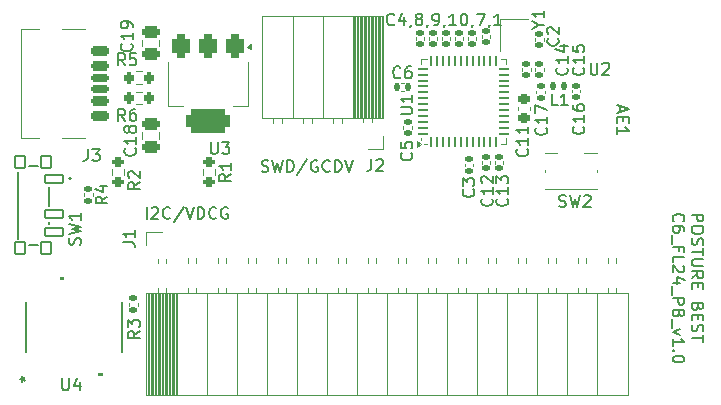
<source format=gbr>
%TF.GenerationSoftware,KiCad,Pcbnew,8.0.5*%
%TF.CreationDate,2024-09-24T02:20:12-04:00*%
%TF.ProjectId,ble_mcu_test_board,626c655f-6d63-4755-9f74-6573745f626f,rev?*%
%TF.SameCoordinates,Original*%
%TF.FileFunction,Legend,Top*%
%TF.FilePolarity,Positive*%
%FSLAX46Y46*%
G04 Gerber Fmt 4.6, Leading zero omitted, Abs format (unit mm)*
G04 Created by KiCad (PCBNEW 8.0.5) date 2024-09-24 02:20:12*
%MOMM*%
%LPD*%
G01*
G04 APERTURE LIST*
G04 Aperture macros list*
%AMRoundRect*
0 Rectangle with rounded corners*
0 $1 Rounding radius*
0 $2 $3 $4 $5 $6 $7 $8 $9 X,Y pos of 4 corners*
0 Add a 4 corners polygon primitive as box body*
4,1,4,$2,$3,$4,$5,$6,$7,$8,$9,$2,$3,0*
0 Add four circle primitives for the rounded corners*
1,1,$1+$1,$2,$3*
1,1,$1+$1,$4,$5*
1,1,$1+$1,$6,$7*
1,1,$1+$1,$8,$9*
0 Add four rect primitives between the rounded corners*
20,1,$1+$1,$2,$3,$4,$5,0*
20,1,$1+$1,$4,$5,$6,$7,0*
20,1,$1+$1,$6,$7,$8,$9,0*
20,1,$1+$1,$8,$9,$2,$3,0*%
G04 Aperture macros list end*
%ADD10C,0.153000*%
%ADD11C,0.150000*%
%ADD12C,0.127000*%
%ADD13C,0.200000*%
%ADD14C,0.120000*%
%ADD15C,0.152400*%
%ADD16C,0.000000*%
%ADD17C,0.900000*%
%ADD18RoundRect,0.102000X-0.400000X0.500000X-0.400000X-0.500000X0.400000X-0.500000X0.400000X0.500000X0*%
%ADD19RoundRect,0.102000X-0.750000X0.350000X-0.750000X-0.350000X0.750000X-0.350000X0.750000X0.350000X0*%
%ADD20RoundRect,0.135000X-0.185000X0.135000X-0.185000X-0.135000X0.185000X-0.135000X0.185000X0.135000X0*%
%ADD21RoundRect,0.140000X-0.170000X0.140000X-0.170000X-0.140000X0.170000X-0.140000X0.170000X0.140000X0*%
%ADD22RoundRect,0.200000X0.200000X0.275000X-0.200000X0.275000X-0.200000X-0.275000X0.200000X-0.275000X0*%
%ADD23R,1.700000X1.700000*%
%ADD24O,1.700000X1.700000*%
%ADD25RoundRect,0.200000X-0.275000X0.200000X-0.275000X-0.200000X0.275000X-0.200000X0.275000X0.200000X0*%
%ADD26RoundRect,0.250000X0.475000X-0.250000X0.475000X0.250000X-0.475000X0.250000X-0.475000X-0.250000X0*%
%ADD27RoundRect,0.140000X0.170000X-0.140000X0.170000X0.140000X-0.170000X0.140000X-0.170000X-0.140000X0*%
%ADD28RoundRect,0.140000X0.140000X0.170000X-0.140000X0.170000X-0.140000X-0.170000X0.140000X-0.170000X0*%
%ADD29R,0.900000X1.000000*%
%ADD30R,1.700000X0.550000*%
%ADD31RoundRect,0.200000X-0.200000X-0.275000X0.200000X-0.275000X0.200000X0.275000X-0.200000X0.275000X0*%
%ADD32RoundRect,0.250000X-0.475000X0.250000X-0.475000X-0.250000X0.475000X-0.250000X0.475000X0.250000X0*%
%ADD33RoundRect,0.225000X-0.250000X0.225000X-0.250000X-0.225000X0.250000X-0.225000X0.250000X0.225000X0*%
%ADD34R,0.355600X1.473200*%
%ADD35R,0.800000X0.900000*%
%ADD36R,0.279400X0.711200*%
%ADD37R,0.457200X0.254000*%
%ADD38RoundRect,0.375000X-0.375000X0.625000X-0.375000X-0.625000X0.375000X-0.625000X0.375000X0.625000X0*%
%ADD39RoundRect,0.500000X-1.400000X0.500000X-1.400000X-0.500000X1.400000X-0.500000X1.400000X0.500000X0*%
%ADD40RoundRect,0.147500X-0.147500X-0.172500X0.147500X-0.172500X0.147500X0.172500X-0.147500X0.172500X0*%
%ADD41RoundRect,0.175000X-0.625000X0.175000X-0.625000X-0.175000X0.625000X-0.175000X0.625000X0.175000X0*%
%ADD42RoundRect,0.200000X-0.600000X0.200000X-0.600000X-0.200000X0.600000X-0.200000X0.600000X0.200000X0*%
%ADD43RoundRect,0.225000X-0.575000X0.225000X-0.575000X-0.225000X0.575000X-0.225000X0.575000X0.225000X0*%
%ADD44O,1.700000X1.000000*%
%ADD45RoundRect,0.062500X0.062500X-0.375000X0.062500X0.375000X-0.062500X0.375000X-0.062500X-0.375000X0*%
%ADD46RoundRect,0.062500X0.375000X-0.062500X0.375000X0.062500X-0.375000X0.062500X-0.375000X-0.062500X0*%
%ADD47R,5.600000X5.600000*%
G04 APERTURE END LIST*
D10*
X169790280Y-96588752D02*
X170790280Y-96588752D01*
X170790280Y-96588752D02*
X170790280Y-96969704D01*
X170790280Y-96969704D02*
X170742661Y-97064942D01*
X170742661Y-97064942D02*
X170695042Y-97112561D01*
X170695042Y-97112561D02*
X170599804Y-97160180D01*
X170599804Y-97160180D02*
X170456947Y-97160180D01*
X170456947Y-97160180D02*
X170361709Y-97112561D01*
X170361709Y-97112561D02*
X170314090Y-97064942D01*
X170314090Y-97064942D02*
X170266471Y-96969704D01*
X170266471Y-96969704D02*
X170266471Y-96588752D01*
X170790280Y-97779228D02*
X170790280Y-97969704D01*
X170790280Y-97969704D02*
X170742661Y-98064942D01*
X170742661Y-98064942D02*
X170647423Y-98160180D01*
X170647423Y-98160180D02*
X170456947Y-98207799D01*
X170456947Y-98207799D02*
X170123614Y-98207799D01*
X170123614Y-98207799D02*
X169933138Y-98160180D01*
X169933138Y-98160180D02*
X169837900Y-98064942D01*
X169837900Y-98064942D02*
X169790280Y-97969704D01*
X169790280Y-97969704D02*
X169790280Y-97779228D01*
X169790280Y-97779228D02*
X169837900Y-97683990D01*
X169837900Y-97683990D02*
X169933138Y-97588752D01*
X169933138Y-97588752D02*
X170123614Y-97541133D01*
X170123614Y-97541133D02*
X170456947Y-97541133D01*
X170456947Y-97541133D02*
X170647423Y-97588752D01*
X170647423Y-97588752D02*
X170742661Y-97683990D01*
X170742661Y-97683990D02*
X170790280Y-97779228D01*
X169837900Y-98588752D02*
X169790280Y-98731609D01*
X169790280Y-98731609D02*
X169790280Y-98969704D01*
X169790280Y-98969704D02*
X169837900Y-99064942D01*
X169837900Y-99064942D02*
X169885519Y-99112561D01*
X169885519Y-99112561D02*
X169980757Y-99160180D01*
X169980757Y-99160180D02*
X170075995Y-99160180D01*
X170075995Y-99160180D02*
X170171233Y-99112561D01*
X170171233Y-99112561D02*
X170218852Y-99064942D01*
X170218852Y-99064942D02*
X170266471Y-98969704D01*
X170266471Y-98969704D02*
X170314090Y-98779228D01*
X170314090Y-98779228D02*
X170361709Y-98683990D01*
X170361709Y-98683990D02*
X170409328Y-98636371D01*
X170409328Y-98636371D02*
X170504566Y-98588752D01*
X170504566Y-98588752D02*
X170599804Y-98588752D01*
X170599804Y-98588752D02*
X170695042Y-98636371D01*
X170695042Y-98636371D02*
X170742661Y-98683990D01*
X170742661Y-98683990D02*
X170790280Y-98779228D01*
X170790280Y-98779228D02*
X170790280Y-99017323D01*
X170790280Y-99017323D02*
X170742661Y-99160180D01*
X170790280Y-99445895D02*
X170790280Y-100017323D01*
X169790280Y-99731609D02*
X170790280Y-99731609D01*
X170790280Y-100350657D02*
X169980757Y-100350657D01*
X169980757Y-100350657D02*
X169885519Y-100398276D01*
X169885519Y-100398276D02*
X169837900Y-100445895D01*
X169837900Y-100445895D02*
X169790280Y-100541133D01*
X169790280Y-100541133D02*
X169790280Y-100731609D01*
X169790280Y-100731609D02*
X169837900Y-100826847D01*
X169837900Y-100826847D02*
X169885519Y-100874466D01*
X169885519Y-100874466D02*
X169980757Y-100922085D01*
X169980757Y-100922085D02*
X170790280Y-100922085D01*
X169790280Y-101969704D02*
X170266471Y-101636371D01*
X169790280Y-101398276D02*
X170790280Y-101398276D01*
X170790280Y-101398276D02*
X170790280Y-101779228D01*
X170790280Y-101779228D02*
X170742661Y-101874466D01*
X170742661Y-101874466D02*
X170695042Y-101922085D01*
X170695042Y-101922085D02*
X170599804Y-101969704D01*
X170599804Y-101969704D02*
X170456947Y-101969704D01*
X170456947Y-101969704D02*
X170361709Y-101922085D01*
X170361709Y-101922085D02*
X170314090Y-101874466D01*
X170314090Y-101874466D02*
X170266471Y-101779228D01*
X170266471Y-101779228D02*
X170266471Y-101398276D01*
X170314090Y-102398276D02*
X170314090Y-102731609D01*
X169790280Y-102874466D02*
X169790280Y-102398276D01*
X169790280Y-102398276D02*
X170790280Y-102398276D01*
X170790280Y-102398276D02*
X170790280Y-102874466D01*
X170314090Y-104398276D02*
X170266471Y-104541133D01*
X170266471Y-104541133D02*
X170218852Y-104588752D01*
X170218852Y-104588752D02*
X170123614Y-104636371D01*
X170123614Y-104636371D02*
X169980757Y-104636371D01*
X169980757Y-104636371D02*
X169885519Y-104588752D01*
X169885519Y-104588752D02*
X169837900Y-104541133D01*
X169837900Y-104541133D02*
X169790280Y-104445895D01*
X169790280Y-104445895D02*
X169790280Y-104064943D01*
X169790280Y-104064943D02*
X170790280Y-104064943D01*
X170790280Y-104064943D02*
X170790280Y-104398276D01*
X170790280Y-104398276D02*
X170742661Y-104493514D01*
X170742661Y-104493514D02*
X170695042Y-104541133D01*
X170695042Y-104541133D02*
X170599804Y-104588752D01*
X170599804Y-104588752D02*
X170504566Y-104588752D01*
X170504566Y-104588752D02*
X170409328Y-104541133D01*
X170409328Y-104541133D02*
X170361709Y-104493514D01*
X170361709Y-104493514D02*
X170314090Y-104398276D01*
X170314090Y-104398276D02*
X170314090Y-104064943D01*
X170314090Y-105064943D02*
X170314090Y-105398276D01*
X169790280Y-105541133D02*
X169790280Y-105064943D01*
X169790280Y-105064943D02*
X170790280Y-105064943D01*
X170790280Y-105064943D02*
X170790280Y-105541133D01*
X169837900Y-105922086D02*
X169790280Y-106064943D01*
X169790280Y-106064943D02*
X169790280Y-106303038D01*
X169790280Y-106303038D02*
X169837900Y-106398276D01*
X169837900Y-106398276D02*
X169885519Y-106445895D01*
X169885519Y-106445895D02*
X169980757Y-106493514D01*
X169980757Y-106493514D02*
X170075995Y-106493514D01*
X170075995Y-106493514D02*
X170171233Y-106445895D01*
X170171233Y-106445895D02*
X170218852Y-106398276D01*
X170218852Y-106398276D02*
X170266471Y-106303038D01*
X170266471Y-106303038D02*
X170314090Y-106112562D01*
X170314090Y-106112562D02*
X170361709Y-106017324D01*
X170361709Y-106017324D02*
X170409328Y-105969705D01*
X170409328Y-105969705D02*
X170504566Y-105922086D01*
X170504566Y-105922086D02*
X170599804Y-105922086D01*
X170599804Y-105922086D02*
X170695042Y-105969705D01*
X170695042Y-105969705D02*
X170742661Y-106017324D01*
X170742661Y-106017324D02*
X170790280Y-106112562D01*
X170790280Y-106112562D02*
X170790280Y-106350657D01*
X170790280Y-106350657D02*
X170742661Y-106493514D01*
X170790280Y-106779229D02*
X170790280Y-107350657D01*
X169790280Y-107064943D02*
X170790280Y-107064943D01*
X168275575Y-97160180D02*
X168227956Y-97112561D01*
X168227956Y-97112561D02*
X168180336Y-96969704D01*
X168180336Y-96969704D02*
X168180336Y-96874466D01*
X168180336Y-96874466D02*
X168227956Y-96731609D01*
X168227956Y-96731609D02*
X168323194Y-96636371D01*
X168323194Y-96636371D02*
X168418432Y-96588752D01*
X168418432Y-96588752D02*
X168608908Y-96541133D01*
X168608908Y-96541133D02*
X168751765Y-96541133D01*
X168751765Y-96541133D02*
X168942241Y-96588752D01*
X168942241Y-96588752D02*
X169037479Y-96636371D01*
X169037479Y-96636371D02*
X169132717Y-96731609D01*
X169132717Y-96731609D02*
X169180336Y-96874466D01*
X169180336Y-96874466D02*
X169180336Y-96969704D01*
X169180336Y-96969704D02*
X169132717Y-97112561D01*
X169132717Y-97112561D02*
X169085098Y-97160180D01*
X169180336Y-98017323D02*
X169180336Y-97826847D01*
X169180336Y-97826847D02*
X169132717Y-97731609D01*
X169132717Y-97731609D02*
X169085098Y-97683990D01*
X169085098Y-97683990D02*
X168942241Y-97588752D01*
X168942241Y-97588752D02*
X168751765Y-97541133D01*
X168751765Y-97541133D02*
X168370813Y-97541133D01*
X168370813Y-97541133D02*
X168275575Y-97588752D01*
X168275575Y-97588752D02*
X168227956Y-97636371D01*
X168227956Y-97636371D02*
X168180336Y-97731609D01*
X168180336Y-97731609D02*
X168180336Y-97922085D01*
X168180336Y-97922085D02*
X168227956Y-98017323D01*
X168227956Y-98017323D02*
X168275575Y-98064942D01*
X168275575Y-98064942D02*
X168370813Y-98112561D01*
X168370813Y-98112561D02*
X168608908Y-98112561D01*
X168608908Y-98112561D02*
X168704146Y-98064942D01*
X168704146Y-98064942D02*
X168751765Y-98017323D01*
X168751765Y-98017323D02*
X168799384Y-97922085D01*
X168799384Y-97922085D02*
X168799384Y-97731609D01*
X168799384Y-97731609D02*
X168751765Y-97636371D01*
X168751765Y-97636371D02*
X168704146Y-97588752D01*
X168704146Y-97588752D02*
X168608908Y-97541133D01*
X168085098Y-98303038D02*
X168085098Y-99064942D01*
X168704146Y-99636371D02*
X168704146Y-99303038D01*
X168180336Y-99303038D02*
X169180336Y-99303038D01*
X169180336Y-99303038D02*
X169180336Y-99779228D01*
X168180336Y-100636371D02*
X168180336Y-100160181D01*
X168180336Y-100160181D02*
X169180336Y-100160181D01*
X169085098Y-100922086D02*
X169132717Y-100969705D01*
X169132717Y-100969705D02*
X169180336Y-101064943D01*
X169180336Y-101064943D02*
X169180336Y-101303038D01*
X169180336Y-101303038D02*
X169132717Y-101398276D01*
X169132717Y-101398276D02*
X169085098Y-101445895D01*
X169085098Y-101445895D02*
X168989860Y-101493514D01*
X168989860Y-101493514D02*
X168894622Y-101493514D01*
X168894622Y-101493514D02*
X168751765Y-101445895D01*
X168751765Y-101445895D02*
X168180336Y-100874467D01*
X168180336Y-100874467D02*
X168180336Y-101493514D01*
X168847003Y-102350657D02*
X168180336Y-102350657D01*
X169227956Y-102112562D02*
X168513670Y-101874467D01*
X168513670Y-101874467D02*
X168513670Y-102493514D01*
X168085098Y-102636372D02*
X168085098Y-103398276D01*
X168180336Y-103636372D02*
X169180336Y-103636372D01*
X169180336Y-103636372D02*
X169180336Y-104017324D01*
X169180336Y-104017324D02*
X169132717Y-104112562D01*
X169132717Y-104112562D02*
X169085098Y-104160181D01*
X169085098Y-104160181D02*
X168989860Y-104207800D01*
X168989860Y-104207800D02*
X168847003Y-104207800D01*
X168847003Y-104207800D02*
X168751765Y-104160181D01*
X168751765Y-104160181D02*
X168704146Y-104112562D01*
X168704146Y-104112562D02*
X168656527Y-104017324D01*
X168656527Y-104017324D02*
X168656527Y-103636372D01*
X168704146Y-104969705D02*
X168656527Y-105112562D01*
X168656527Y-105112562D02*
X168608908Y-105160181D01*
X168608908Y-105160181D02*
X168513670Y-105207800D01*
X168513670Y-105207800D02*
X168370813Y-105207800D01*
X168370813Y-105207800D02*
X168275575Y-105160181D01*
X168275575Y-105160181D02*
X168227956Y-105112562D01*
X168227956Y-105112562D02*
X168180336Y-105017324D01*
X168180336Y-105017324D02*
X168180336Y-104636372D01*
X168180336Y-104636372D02*
X169180336Y-104636372D01*
X169180336Y-104636372D02*
X169180336Y-104969705D01*
X169180336Y-104969705D02*
X169132717Y-105064943D01*
X169132717Y-105064943D02*
X169085098Y-105112562D01*
X169085098Y-105112562D02*
X168989860Y-105160181D01*
X168989860Y-105160181D02*
X168894622Y-105160181D01*
X168894622Y-105160181D02*
X168799384Y-105112562D01*
X168799384Y-105112562D02*
X168751765Y-105064943D01*
X168751765Y-105064943D02*
X168704146Y-104969705D01*
X168704146Y-104969705D02*
X168704146Y-104636372D01*
X168085098Y-105398277D02*
X168085098Y-106160181D01*
X168847003Y-106303039D02*
X168180336Y-106541134D01*
X168180336Y-106541134D02*
X168847003Y-106779229D01*
X168180336Y-107683991D02*
X168180336Y-107112563D01*
X168180336Y-107398277D02*
X169180336Y-107398277D01*
X169180336Y-107398277D02*
X169037479Y-107303039D01*
X169037479Y-107303039D02*
X168942241Y-107207801D01*
X168942241Y-107207801D02*
X168894622Y-107112563D01*
X168275575Y-108112563D02*
X168227956Y-108160182D01*
X168227956Y-108160182D02*
X168180336Y-108112563D01*
X168180336Y-108112563D02*
X168227956Y-108064944D01*
X168227956Y-108064944D02*
X168275575Y-108112563D01*
X168275575Y-108112563D02*
X168180336Y-108112563D01*
X169180336Y-108779229D02*
X169180336Y-108874467D01*
X169180336Y-108874467D02*
X169132717Y-108969705D01*
X169132717Y-108969705D02*
X169085098Y-109017324D01*
X169085098Y-109017324D02*
X168989860Y-109064943D01*
X168989860Y-109064943D02*
X168799384Y-109112562D01*
X168799384Y-109112562D02*
X168561289Y-109112562D01*
X168561289Y-109112562D02*
X168370813Y-109064943D01*
X168370813Y-109064943D02*
X168275575Y-109017324D01*
X168275575Y-109017324D02*
X168227956Y-108969705D01*
X168227956Y-108969705D02*
X168180336Y-108874467D01*
X168180336Y-108874467D02*
X168180336Y-108779229D01*
X168180336Y-108779229D02*
X168227956Y-108683991D01*
X168227956Y-108683991D02*
X168275575Y-108636372D01*
X168275575Y-108636372D02*
X168370813Y-108588753D01*
X168370813Y-108588753D02*
X168561289Y-108541134D01*
X168561289Y-108541134D02*
X168799384Y-108541134D01*
X168799384Y-108541134D02*
X168989860Y-108588753D01*
X168989860Y-108588753D02*
X169085098Y-108636372D01*
X169085098Y-108636372D02*
X169132717Y-108683991D01*
X169132717Y-108683991D02*
X169180336Y-108779229D01*
X144610180Y-80474424D02*
X144562561Y-80522044D01*
X144562561Y-80522044D02*
X144419704Y-80569663D01*
X144419704Y-80569663D02*
X144324466Y-80569663D01*
X144324466Y-80569663D02*
X144181609Y-80522044D01*
X144181609Y-80522044D02*
X144086371Y-80426805D01*
X144086371Y-80426805D02*
X144038752Y-80331567D01*
X144038752Y-80331567D02*
X143991133Y-80141091D01*
X143991133Y-80141091D02*
X143991133Y-79998234D01*
X143991133Y-79998234D02*
X144038752Y-79807758D01*
X144038752Y-79807758D02*
X144086371Y-79712520D01*
X144086371Y-79712520D02*
X144181609Y-79617282D01*
X144181609Y-79617282D02*
X144324466Y-79569663D01*
X144324466Y-79569663D02*
X144419704Y-79569663D01*
X144419704Y-79569663D02*
X144562561Y-79617282D01*
X144562561Y-79617282D02*
X144610180Y-79664901D01*
X145467323Y-79902996D02*
X145467323Y-80569663D01*
X145229228Y-79522044D02*
X144991133Y-80236329D01*
X144991133Y-80236329D02*
X145610180Y-80236329D01*
X146038752Y-80522044D02*
X146038752Y-80569663D01*
X146038752Y-80569663D02*
X145991133Y-80664901D01*
X145991133Y-80664901D02*
X145943514Y-80712520D01*
X146610180Y-79998234D02*
X146514942Y-79950615D01*
X146514942Y-79950615D02*
X146467323Y-79902996D01*
X146467323Y-79902996D02*
X146419704Y-79807758D01*
X146419704Y-79807758D02*
X146419704Y-79760139D01*
X146419704Y-79760139D02*
X146467323Y-79664901D01*
X146467323Y-79664901D02*
X146514942Y-79617282D01*
X146514942Y-79617282D02*
X146610180Y-79569663D01*
X146610180Y-79569663D02*
X146800656Y-79569663D01*
X146800656Y-79569663D02*
X146895894Y-79617282D01*
X146895894Y-79617282D02*
X146943513Y-79664901D01*
X146943513Y-79664901D02*
X146991132Y-79760139D01*
X146991132Y-79760139D02*
X146991132Y-79807758D01*
X146991132Y-79807758D02*
X146943513Y-79902996D01*
X146943513Y-79902996D02*
X146895894Y-79950615D01*
X146895894Y-79950615D02*
X146800656Y-79998234D01*
X146800656Y-79998234D02*
X146610180Y-79998234D01*
X146610180Y-79998234D02*
X146514942Y-80045853D01*
X146514942Y-80045853D02*
X146467323Y-80093472D01*
X146467323Y-80093472D02*
X146419704Y-80188710D01*
X146419704Y-80188710D02*
X146419704Y-80379186D01*
X146419704Y-80379186D02*
X146467323Y-80474424D01*
X146467323Y-80474424D02*
X146514942Y-80522044D01*
X146514942Y-80522044D02*
X146610180Y-80569663D01*
X146610180Y-80569663D02*
X146800656Y-80569663D01*
X146800656Y-80569663D02*
X146895894Y-80522044D01*
X146895894Y-80522044D02*
X146943513Y-80474424D01*
X146943513Y-80474424D02*
X146991132Y-80379186D01*
X146991132Y-80379186D02*
X146991132Y-80188710D01*
X146991132Y-80188710D02*
X146943513Y-80093472D01*
X146943513Y-80093472D02*
X146895894Y-80045853D01*
X146895894Y-80045853D02*
X146800656Y-79998234D01*
X147467323Y-80522044D02*
X147467323Y-80569663D01*
X147467323Y-80569663D02*
X147419704Y-80664901D01*
X147419704Y-80664901D02*
X147372085Y-80712520D01*
X147943513Y-80569663D02*
X148133989Y-80569663D01*
X148133989Y-80569663D02*
X148229227Y-80522044D01*
X148229227Y-80522044D02*
X148276846Y-80474424D01*
X148276846Y-80474424D02*
X148372084Y-80331567D01*
X148372084Y-80331567D02*
X148419703Y-80141091D01*
X148419703Y-80141091D02*
X148419703Y-79760139D01*
X148419703Y-79760139D02*
X148372084Y-79664901D01*
X148372084Y-79664901D02*
X148324465Y-79617282D01*
X148324465Y-79617282D02*
X148229227Y-79569663D01*
X148229227Y-79569663D02*
X148038751Y-79569663D01*
X148038751Y-79569663D02*
X147943513Y-79617282D01*
X147943513Y-79617282D02*
X147895894Y-79664901D01*
X147895894Y-79664901D02*
X147848275Y-79760139D01*
X147848275Y-79760139D02*
X147848275Y-79998234D01*
X147848275Y-79998234D02*
X147895894Y-80093472D01*
X147895894Y-80093472D02*
X147943513Y-80141091D01*
X147943513Y-80141091D02*
X148038751Y-80188710D01*
X148038751Y-80188710D02*
X148229227Y-80188710D01*
X148229227Y-80188710D02*
X148324465Y-80141091D01*
X148324465Y-80141091D02*
X148372084Y-80093472D01*
X148372084Y-80093472D02*
X148419703Y-79998234D01*
X148895894Y-80522044D02*
X148895894Y-80569663D01*
X148895894Y-80569663D02*
X148848275Y-80664901D01*
X148848275Y-80664901D02*
X148800656Y-80712520D01*
X149848274Y-80569663D02*
X149276846Y-80569663D01*
X149562560Y-80569663D02*
X149562560Y-79569663D01*
X149562560Y-79569663D02*
X149467322Y-79712520D01*
X149467322Y-79712520D02*
X149372084Y-79807758D01*
X149372084Y-79807758D02*
X149276846Y-79855377D01*
X150467322Y-79569663D02*
X150562560Y-79569663D01*
X150562560Y-79569663D02*
X150657798Y-79617282D01*
X150657798Y-79617282D02*
X150705417Y-79664901D01*
X150705417Y-79664901D02*
X150753036Y-79760139D01*
X150753036Y-79760139D02*
X150800655Y-79950615D01*
X150800655Y-79950615D02*
X150800655Y-80188710D01*
X150800655Y-80188710D02*
X150753036Y-80379186D01*
X150753036Y-80379186D02*
X150705417Y-80474424D01*
X150705417Y-80474424D02*
X150657798Y-80522044D01*
X150657798Y-80522044D02*
X150562560Y-80569663D01*
X150562560Y-80569663D02*
X150467322Y-80569663D01*
X150467322Y-80569663D02*
X150372084Y-80522044D01*
X150372084Y-80522044D02*
X150324465Y-80474424D01*
X150324465Y-80474424D02*
X150276846Y-80379186D01*
X150276846Y-80379186D02*
X150229227Y-80188710D01*
X150229227Y-80188710D02*
X150229227Y-79950615D01*
X150229227Y-79950615D02*
X150276846Y-79760139D01*
X150276846Y-79760139D02*
X150324465Y-79664901D01*
X150324465Y-79664901D02*
X150372084Y-79617282D01*
X150372084Y-79617282D02*
X150467322Y-79569663D01*
X151276846Y-80522044D02*
X151276846Y-80569663D01*
X151276846Y-80569663D02*
X151229227Y-80664901D01*
X151229227Y-80664901D02*
X151181608Y-80712520D01*
X151610179Y-79569663D02*
X152276845Y-79569663D01*
X152276845Y-79569663D02*
X151848274Y-80569663D01*
X152705417Y-80522044D02*
X152705417Y-80569663D01*
X152705417Y-80569663D02*
X152657798Y-80664901D01*
X152657798Y-80664901D02*
X152610179Y-80712520D01*
X153657797Y-80569663D02*
X153086369Y-80569663D01*
X153372083Y-80569663D02*
X153372083Y-79569663D01*
X153372083Y-79569663D02*
X153276845Y-79712520D01*
X153276845Y-79712520D02*
X153181607Y-79807758D01*
X153181607Y-79807758D02*
X153086369Y-79855377D01*
X133391133Y-92922044D02*
X133533990Y-92969663D01*
X133533990Y-92969663D02*
X133772085Y-92969663D01*
X133772085Y-92969663D02*
X133867323Y-92922044D01*
X133867323Y-92922044D02*
X133914942Y-92874424D01*
X133914942Y-92874424D02*
X133962561Y-92779186D01*
X133962561Y-92779186D02*
X133962561Y-92683948D01*
X133962561Y-92683948D02*
X133914942Y-92588710D01*
X133914942Y-92588710D02*
X133867323Y-92541091D01*
X133867323Y-92541091D02*
X133772085Y-92493472D01*
X133772085Y-92493472D02*
X133581609Y-92445853D01*
X133581609Y-92445853D02*
X133486371Y-92398234D01*
X133486371Y-92398234D02*
X133438752Y-92350615D01*
X133438752Y-92350615D02*
X133391133Y-92255377D01*
X133391133Y-92255377D02*
X133391133Y-92160139D01*
X133391133Y-92160139D02*
X133438752Y-92064901D01*
X133438752Y-92064901D02*
X133486371Y-92017282D01*
X133486371Y-92017282D02*
X133581609Y-91969663D01*
X133581609Y-91969663D02*
X133819704Y-91969663D01*
X133819704Y-91969663D02*
X133962561Y-92017282D01*
X134295895Y-91969663D02*
X134533990Y-92969663D01*
X134533990Y-92969663D02*
X134724466Y-92255377D01*
X134724466Y-92255377D02*
X134914942Y-92969663D01*
X134914942Y-92969663D02*
X135153038Y-91969663D01*
X135533990Y-92969663D02*
X135533990Y-91969663D01*
X135533990Y-91969663D02*
X135772085Y-91969663D01*
X135772085Y-91969663D02*
X135914942Y-92017282D01*
X135914942Y-92017282D02*
X136010180Y-92112520D01*
X136010180Y-92112520D02*
X136057799Y-92207758D01*
X136057799Y-92207758D02*
X136105418Y-92398234D01*
X136105418Y-92398234D02*
X136105418Y-92541091D01*
X136105418Y-92541091D02*
X136057799Y-92731567D01*
X136057799Y-92731567D02*
X136010180Y-92826805D01*
X136010180Y-92826805D02*
X135914942Y-92922044D01*
X135914942Y-92922044D02*
X135772085Y-92969663D01*
X135772085Y-92969663D02*
X135533990Y-92969663D01*
X137248275Y-91922044D02*
X136391133Y-93207758D01*
X138105418Y-92017282D02*
X138010180Y-91969663D01*
X138010180Y-91969663D02*
X137867323Y-91969663D01*
X137867323Y-91969663D02*
X137724466Y-92017282D01*
X137724466Y-92017282D02*
X137629228Y-92112520D01*
X137629228Y-92112520D02*
X137581609Y-92207758D01*
X137581609Y-92207758D02*
X137533990Y-92398234D01*
X137533990Y-92398234D02*
X137533990Y-92541091D01*
X137533990Y-92541091D02*
X137581609Y-92731567D01*
X137581609Y-92731567D02*
X137629228Y-92826805D01*
X137629228Y-92826805D02*
X137724466Y-92922044D01*
X137724466Y-92922044D02*
X137867323Y-92969663D01*
X137867323Y-92969663D02*
X137962561Y-92969663D01*
X137962561Y-92969663D02*
X138105418Y-92922044D01*
X138105418Y-92922044D02*
X138153037Y-92874424D01*
X138153037Y-92874424D02*
X138153037Y-92541091D01*
X138153037Y-92541091D02*
X137962561Y-92541091D01*
X139153037Y-92874424D02*
X139105418Y-92922044D01*
X139105418Y-92922044D02*
X138962561Y-92969663D01*
X138962561Y-92969663D02*
X138867323Y-92969663D01*
X138867323Y-92969663D02*
X138724466Y-92922044D01*
X138724466Y-92922044D02*
X138629228Y-92826805D01*
X138629228Y-92826805D02*
X138581609Y-92731567D01*
X138581609Y-92731567D02*
X138533990Y-92541091D01*
X138533990Y-92541091D02*
X138533990Y-92398234D01*
X138533990Y-92398234D02*
X138581609Y-92207758D01*
X138581609Y-92207758D02*
X138629228Y-92112520D01*
X138629228Y-92112520D02*
X138724466Y-92017282D01*
X138724466Y-92017282D02*
X138867323Y-91969663D01*
X138867323Y-91969663D02*
X138962561Y-91969663D01*
X138962561Y-91969663D02*
X139105418Y-92017282D01*
X139105418Y-92017282D02*
X139153037Y-92064901D01*
X139581609Y-92969663D02*
X139581609Y-91969663D01*
X139581609Y-91969663D02*
X139819704Y-91969663D01*
X139819704Y-91969663D02*
X139962561Y-92017282D01*
X139962561Y-92017282D02*
X140057799Y-92112520D01*
X140057799Y-92112520D02*
X140105418Y-92207758D01*
X140105418Y-92207758D02*
X140153037Y-92398234D01*
X140153037Y-92398234D02*
X140153037Y-92541091D01*
X140153037Y-92541091D02*
X140105418Y-92731567D01*
X140105418Y-92731567D02*
X140057799Y-92826805D01*
X140057799Y-92826805D02*
X139962561Y-92922044D01*
X139962561Y-92922044D02*
X139819704Y-92969663D01*
X139819704Y-92969663D02*
X139581609Y-92969663D01*
X140438752Y-91969663D02*
X140772085Y-92969663D01*
X140772085Y-92969663D02*
X141105418Y-91969663D01*
X123638752Y-96969663D02*
X123638752Y-95969663D01*
X124067323Y-96064901D02*
X124114942Y-96017282D01*
X124114942Y-96017282D02*
X124210180Y-95969663D01*
X124210180Y-95969663D02*
X124448275Y-95969663D01*
X124448275Y-95969663D02*
X124543513Y-96017282D01*
X124543513Y-96017282D02*
X124591132Y-96064901D01*
X124591132Y-96064901D02*
X124638751Y-96160139D01*
X124638751Y-96160139D02*
X124638751Y-96255377D01*
X124638751Y-96255377D02*
X124591132Y-96398234D01*
X124591132Y-96398234D02*
X124019704Y-96969663D01*
X124019704Y-96969663D02*
X124638751Y-96969663D01*
X125638751Y-96874424D02*
X125591132Y-96922044D01*
X125591132Y-96922044D02*
X125448275Y-96969663D01*
X125448275Y-96969663D02*
X125353037Y-96969663D01*
X125353037Y-96969663D02*
X125210180Y-96922044D01*
X125210180Y-96922044D02*
X125114942Y-96826805D01*
X125114942Y-96826805D02*
X125067323Y-96731567D01*
X125067323Y-96731567D02*
X125019704Y-96541091D01*
X125019704Y-96541091D02*
X125019704Y-96398234D01*
X125019704Y-96398234D02*
X125067323Y-96207758D01*
X125067323Y-96207758D02*
X125114942Y-96112520D01*
X125114942Y-96112520D02*
X125210180Y-96017282D01*
X125210180Y-96017282D02*
X125353037Y-95969663D01*
X125353037Y-95969663D02*
X125448275Y-95969663D01*
X125448275Y-95969663D02*
X125591132Y-96017282D01*
X125591132Y-96017282D02*
X125638751Y-96064901D01*
X126781608Y-95922044D02*
X125924466Y-97207758D01*
X126972085Y-95969663D02*
X127305418Y-96969663D01*
X127305418Y-96969663D02*
X127638751Y-95969663D01*
X127972085Y-96969663D02*
X127972085Y-95969663D01*
X127972085Y-95969663D02*
X128210180Y-95969663D01*
X128210180Y-95969663D02*
X128353037Y-96017282D01*
X128353037Y-96017282D02*
X128448275Y-96112520D01*
X128448275Y-96112520D02*
X128495894Y-96207758D01*
X128495894Y-96207758D02*
X128543513Y-96398234D01*
X128543513Y-96398234D02*
X128543513Y-96541091D01*
X128543513Y-96541091D02*
X128495894Y-96731567D01*
X128495894Y-96731567D02*
X128448275Y-96826805D01*
X128448275Y-96826805D02*
X128353037Y-96922044D01*
X128353037Y-96922044D02*
X128210180Y-96969663D01*
X128210180Y-96969663D02*
X127972085Y-96969663D01*
X129543513Y-96874424D02*
X129495894Y-96922044D01*
X129495894Y-96922044D02*
X129353037Y-96969663D01*
X129353037Y-96969663D02*
X129257799Y-96969663D01*
X129257799Y-96969663D02*
X129114942Y-96922044D01*
X129114942Y-96922044D02*
X129019704Y-96826805D01*
X129019704Y-96826805D02*
X128972085Y-96731567D01*
X128972085Y-96731567D02*
X128924466Y-96541091D01*
X128924466Y-96541091D02*
X128924466Y-96398234D01*
X128924466Y-96398234D02*
X128972085Y-96207758D01*
X128972085Y-96207758D02*
X129019704Y-96112520D01*
X129019704Y-96112520D02*
X129114942Y-96017282D01*
X129114942Y-96017282D02*
X129257799Y-95969663D01*
X129257799Y-95969663D02*
X129353037Y-95969663D01*
X129353037Y-95969663D02*
X129495894Y-96017282D01*
X129495894Y-96017282D02*
X129543513Y-96064901D01*
X130495894Y-96017282D02*
X130400656Y-95969663D01*
X130400656Y-95969663D02*
X130257799Y-95969663D01*
X130257799Y-95969663D02*
X130114942Y-96017282D01*
X130114942Y-96017282D02*
X130019704Y-96112520D01*
X130019704Y-96112520D02*
X129972085Y-96207758D01*
X129972085Y-96207758D02*
X129924466Y-96398234D01*
X129924466Y-96398234D02*
X129924466Y-96541091D01*
X129924466Y-96541091D02*
X129972085Y-96731567D01*
X129972085Y-96731567D02*
X130019704Y-96826805D01*
X130019704Y-96826805D02*
X130114942Y-96922044D01*
X130114942Y-96922044D02*
X130257799Y-96969663D01*
X130257799Y-96969663D02*
X130353037Y-96969663D01*
X130353037Y-96969663D02*
X130495894Y-96922044D01*
X130495894Y-96922044D02*
X130543513Y-96874424D01*
X130543513Y-96874424D02*
X130543513Y-96541091D01*
X130543513Y-96541091D02*
X130353037Y-96541091D01*
X118007044Y-99133332D02*
X118054663Y-98990475D01*
X118054663Y-98990475D02*
X118054663Y-98752380D01*
X118054663Y-98752380D02*
X118007044Y-98657142D01*
X118007044Y-98657142D02*
X117959424Y-98609523D01*
X117959424Y-98609523D02*
X117864186Y-98561904D01*
X117864186Y-98561904D02*
X117768948Y-98561904D01*
X117768948Y-98561904D02*
X117673710Y-98609523D01*
X117673710Y-98609523D02*
X117626091Y-98657142D01*
X117626091Y-98657142D02*
X117578472Y-98752380D01*
X117578472Y-98752380D02*
X117530853Y-98942856D01*
X117530853Y-98942856D02*
X117483234Y-99038094D01*
X117483234Y-99038094D02*
X117435615Y-99085713D01*
X117435615Y-99085713D02*
X117340377Y-99133332D01*
X117340377Y-99133332D02*
X117245139Y-99133332D01*
X117245139Y-99133332D02*
X117149901Y-99085713D01*
X117149901Y-99085713D02*
X117102282Y-99038094D01*
X117102282Y-99038094D02*
X117054663Y-98942856D01*
X117054663Y-98942856D02*
X117054663Y-98704761D01*
X117054663Y-98704761D02*
X117102282Y-98561904D01*
X117054663Y-98228570D02*
X118054663Y-97990475D01*
X118054663Y-97990475D02*
X117340377Y-97799999D01*
X117340377Y-97799999D02*
X118054663Y-97609523D01*
X118054663Y-97609523D02*
X117054663Y-97371428D01*
X118054663Y-96466666D02*
X118054663Y-97038094D01*
X118054663Y-96752380D02*
X117054663Y-96752380D01*
X117054663Y-96752380D02*
X117197520Y-96847618D01*
X117197520Y-96847618D02*
X117292758Y-96942856D01*
X117292758Y-96942856D02*
X117340377Y-97038094D01*
D11*
X120324819Y-95066666D02*
X119848628Y-95399999D01*
X120324819Y-95638094D02*
X119324819Y-95638094D01*
X119324819Y-95638094D02*
X119324819Y-95257142D01*
X119324819Y-95257142D02*
X119372438Y-95161904D01*
X119372438Y-95161904D02*
X119420057Y-95114285D01*
X119420057Y-95114285D02*
X119515295Y-95066666D01*
X119515295Y-95066666D02*
X119658152Y-95066666D01*
X119658152Y-95066666D02*
X119753390Y-95114285D01*
X119753390Y-95114285D02*
X119801009Y-95161904D01*
X119801009Y-95161904D02*
X119848628Y-95257142D01*
X119848628Y-95257142D02*
X119848628Y-95638094D01*
X119658152Y-94209523D02*
X120324819Y-94209523D01*
X119277200Y-94447618D02*
X119991485Y-94685713D01*
X119991485Y-94685713D02*
X119991485Y-94066666D01*
D10*
X152859424Y-95242857D02*
X152907044Y-95290476D01*
X152907044Y-95290476D02*
X152954663Y-95433333D01*
X152954663Y-95433333D02*
X152954663Y-95528571D01*
X152954663Y-95528571D02*
X152907044Y-95671428D01*
X152907044Y-95671428D02*
X152811805Y-95766666D01*
X152811805Y-95766666D02*
X152716567Y-95814285D01*
X152716567Y-95814285D02*
X152526091Y-95861904D01*
X152526091Y-95861904D02*
X152383234Y-95861904D01*
X152383234Y-95861904D02*
X152192758Y-95814285D01*
X152192758Y-95814285D02*
X152097520Y-95766666D01*
X152097520Y-95766666D02*
X152002282Y-95671428D01*
X152002282Y-95671428D02*
X151954663Y-95528571D01*
X151954663Y-95528571D02*
X151954663Y-95433333D01*
X151954663Y-95433333D02*
X152002282Y-95290476D01*
X152002282Y-95290476D02*
X152049901Y-95242857D01*
X152954663Y-94290476D02*
X152954663Y-94861904D01*
X152954663Y-94576190D02*
X151954663Y-94576190D01*
X151954663Y-94576190D02*
X152097520Y-94671428D01*
X152097520Y-94671428D02*
X152192758Y-94766666D01*
X152192758Y-94766666D02*
X152240377Y-94861904D01*
X152049901Y-93909523D02*
X152002282Y-93861904D01*
X152002282Y-93861904D02*
X151954663Y-93766666D01*
X151954663Y-93766666D02*
X151954663Y-93528571D01*
X151954663Y-93528571D02*
X152002282Y-93433333D01*
X152002282Y-93433333D02*
X152049901Y-93385714D01*
X152049901Y-93385714D02*
X152145139Y-93338095D01*
X152145139Y-93338095D02*
X152240377Y-93338095D01*
X152240377Y-93338095D02*
X152383234Y-93385714D01*
X152383234Y-93385714D02*
X152954663Y-93957142D01*
X152954663Y-93957142D02*
X152954663Y-93338095D01*
X121833333Y-88654663D02*
X121500000Y-88178472D01*
X121261905Y-88654663D02*
X121261905Y-87654663D01*
X121261905Y-87654663D02*
X121642857Y-87654663D01*
X121642857Y-87654663D02*
X121738095Y-87702282D01*
X121738095Y-87702282D02*
X121785714Y-87749901D01*
X121785714Y-87749901D02*
X121833333Y-87845139D01*
X121833333Y-87845139D02*
X121833333Y-87987996D01*
X121833333Y-87987996D02*
X121785714Y-88083234D01*
X121785714Y-88083234D02*
X121738095Y-88130853D01*
X121738095Y-88130853D02*
X121642857Y-88178472D01*
X121642857Y-88178472D02*
X121261905Y-88178472D01*
X122690476Y-87654663D02*
X122500000Y-87654663D01*
X122500000Y-87654663D02*
X122404762Y-87702282D01*
X122404762Y-87702282D02*
X122357143Y-87749901D01*
X122357143Y-87749901D02*
X122261905Y-87892758D01*
X122261905Y-87892758D02*
X122214286Y-88083234D01*
X122214286Y-88083234D02*
X122214286Y-88464186D01*
X122214286Y-88464186D02*
X122261905Y-88559424D01*
X122261905Y-88559424D02*
X122309524Y-88607044D01*
X122309524Y-88607044D02*
X122404762Y-88654663D01*
X122404762Y-88654663D02*
X122595238Y-88654663D01*
X122595238Y-88654663D02*
X122690476Y-88607044D01*
X122690476Y-88607044D02*
X122738095Y-88559424D01*
X122738095Y-88559424D02*
X122785714Y-88464186D01*
X122785714Y-88464186D02*
X122785714Y-88226091D01*
X122785714Y-88226091D02*
X122738095Y-88130853D01*
X122738095Y-88130853D02*
X122690476Y-88083234D01*
X122690476Y-88083234D02*
X122595238Y-88035615D01*
X122595238Y-88035615D02*
X122404762Y-88035615D01*
X122404762Y-88035615D02*
X122309524Y-88083234D01*
X122309524Y-88083234D02*
X122261905Y-88130853D01*
X122261905Y-88130853D02*
X122214286Y-88226091D01*
X142666666Y-91904663D02*
X142666666Y-92618948D01*
X142666666Y-92618948D02*
X142619047Y-92761805D01*
X142619047Y-92761805D02*
X142523809Y-92857044D01*
X142523809Y-92857044D02*
X142380952Y-92904663D01*
X142380952Y-92904663D02*
X142285714Y-92904663D01*
X143095238Y-91999901D02*
X143142857Y-91952282D01*
X143142857Y-91952282D02*
X143238095Y-91904663D01*
X143238095Y-91904663D02*
X143476190Y-91904663D01*
X143476190Y-91904663D02*
X143571428Y-91952282D01*
X143571428Y-91952282D02*
X143619047Y-91999901D01*
X143619047Y-91999901D02*
X143666666Y-92095139D01*
X143666666Y-92095139D02*
X143666666Y-92190377D01*
X143666666Y-92190377D02*
X143619047Y-92333234D01*
X143619047Y-92333234D02*
X143047619Y-92904663D01*
X143047619Y-92904663D02*
X143666666Y-92904663D01*
X123084663Y-93866666D02*
X122608472Y-94199999D01*
X123084663Y-94438094D02*
X122084663Y-94438094D01*
X122084663Y-94438094D02*
X122084663Y-94057142D01*
X122084663Y-94057142D02*
X122132282Y-93961904D01*
X122132282Y-93961904D02*
X122179901Y-93914285D01*
X122179901Y-93914285D02*
X122275139Y-93866666D01*
X122275139Y-93866666D02*
X122417996Y-93866666D01*
X122417996Y-93866666D02*
X122513234Y-93914285D01*
X122513234Y-93914285D02*
X122560853Y-93961904D01*
X122560853Y-93961904D02*
X122608472Y-94057142D01*
X122608472Y-94057142D02*
X122608472Y-94438094D01*
X122179901Y-93485713D02*
X122132282Y-93438094D01*
X122132282Y-93438094D02*
X122084663Y-93342856D01*
X122084663Y-93342856D02*
X122084663Y-93104761D01*
X122084663Y-93104761D02*
X122132282Y-93009523D01*
X122132282Y-93009523D02*
X122179901Y-92961904D01*
X122179901Y-92961904D02*
X122275139Y-92914285D01*
X122275139Y-92914285D02*
X122370377Y-92914285D01*
X122370377Y-92914285D02*
X122513234Y-92961904D01*
X122513234Y-92961904D02*
X123084663Y-93533332D01*
X123084663Y-93533332D02*
X123084663Y-92914285D01*
X160609424Y-89142857D02*
X160657044Y-89190476D01*
X160657044Y-89190476D02*
X160704663Y-89333333D01*
X160704663Y-89333333D02*
X160704663Y-89428571D01*
X160704663Y-89428571D02*
X160657044Y-89571428D01*
X160657044Y-89571428D02*
X160561805Y-89666666D01*
X160561805Y-89666666D02*
X160466567Y-89714285D01*
X160466567Y-89714285D02*
X160276091Y-89761904D01*
X160276091Y-89761904D02*
X160133234Y-89761904D01*
X160133234Y-89761904D02*
X159942758Y-89714285D01*
X159942758Y-89714285D02*
X159847520Y-89666666D01*
X159847520Y-89666666D02*
X159752282Y-89571428D01*
X159752282Y-89571428D02*
X159704663Y-89428571D01*
X159704663Y-89428571D02*
X159704663Y-89333333D01*
X159704663Y-89333333D02*
X159752282Y-89190476D01*
X159752282Y-89190476D02*
X159799901Y-89142857D01*
X160704663Y-88190476D02*
X160704663Y-88761904D01*
X160704663Y-88476190D02*
X159704663Y-88476190D01*
X159704663Y-88476190D02*
X159847520Y-88571428D01*
X159847520Y-88571428D02*
X159942758Y-88666666D01*
X159942758Y-88666666D02*
X159990377Y-88761904D01*
X159704663Y-87333333D02*
X159704663Y-87523809D01*
X159704663Y-87523809D02*
X159752282Y-87619047D01*
X159752282Y-87619047D02*
X159799901Y-87666666D01*
X159799901Y-87666666D02*
X159942758Y-87761904D01*
X159942758Y-87761904D02*
X160133234Y-87809523D01*
X160133234Y-87809523D02*
X160514186Y-87809523D01*
X160514186Y-87809523D02*
X160609424Y-87761904D01*
X160609424Y-87761904D02*
X160657044Y-87714285D01*
X160657044Y-87714285D02*
X160704663Y-87619047D01*
X160704663Y-87619047D02*
X160704663Y-87428571D01*
X160704663Y-87428571D02*
X160657044Y-87333333D01*
X160657044Y-87333333D02*
X160609424Y-87285714D01*
X160609424Y-87285714D02*
X160514186Y-87238095D01*
X160514186Y-87238095D02*
X160276091Y-87238095D01*
X160276091Y-87238095D02*
X160180853Y-87285714D01*
X160180853Y-87285714D02*
X160133234Y-87333333D01*
X160133234Y-87333333D02*
X160085615Y-87428571D01*
X160085615Y-87428571D02*
X160085615Y-87619047D01*
X160085615Y-87619047D02*
X160133234Y-87714285D01*
X160133234Y-87714285D02*
X160180853Y-87761904D01*
X160180853Y-87761904D02*
X160276091Y-87809523D01*
X122359424Y-82142857D02*
X122407044Y-82190476D01*
X122407044Y-82190476D02*
X122454663Y-82333333D01*
X122454663Y-82333333D02*
X122454663Y-82428571D01*
X122454663Y-82428571D02*
X122407044Y-82571428D01*
X122407044Y-82571428D02*
X122311805Y-82666666D01*
X122311805Y-82666666D02*
X122216567Y-82714285D01*
X122216567Y-82714285D02*
X122026091Y-82761904D01*
X122026091Y-82761904D02*
X121883234Y-82761904D01*
X121883234Y-82761904D02*
X121692758Y-82714285D01*
X121692758Y-82714285D02*
X121597520Y-82666666D01*
X121597520Y-82666666D02*
X121502282Y-82571428D01*
X121502282Y-82571428D02*
X121454663Y-82428571D01*
X121454663Y-82428571D02*
X121454663Y-82333333D01*
X121454663Y-82333333D02*
X121502282Y-82190476D01*
X121502282Y-82190476D02*
X121549901Y-82142857D01*
X122454663Y-81190476D02*
X122454663Y-81761904D01*
X122454663Y-81476190D02*
X121454663Y-81476190D01*
X121454663Y-81476190D02*
X121597520Y-81571428D01*
X121597520Y-81571428D02*
X121692758Y-81666666D01*
X121692758Y-81666666D02*
X121740377Y-81761904D01*
X122454663Y-80714285D02*
X122454663Y-80523809D01*
X122454663Y-80523809D02*
X122407044Y-80428571D01*
X122407044Y-80428571D02*
X122359424Y-80380952D01*
X122359424Y-80380952D02*
X122216567Y-80285714D01*
X122216567Y-80285714D02*
X122026091Y-80238095D01*
X122026091Y-80238095D02*
X121645139Y-80238095D01*
X121645139Y-80238095D02*
X121549901Y-80285714D01*
X121549901Y-80285714D02*
X121502282Y-80333333D01*
X121502282Y-80333333D02*
X121454663Y-80428571D01*
X121454663Y-80428571D02*
X121454663Y-80619047D01*
X121454663Y-80619047D02*
X121502282Y-80714285D01*
X121502282Y-80714285D02*
X121549901Y-80761904D01*
X121549901Y-80761904D02*
X121645139Y-80809523D01*
X121645139Y-80809523D02*
X121883234Y-80809523D01*
X121883234Y-80809523D02*
X121978472Y-80761904D01*
X121978472Y-80761904D02*
X122026091Y-80714285D01*
X122026091Y-80714285D02*
X122073710Y-80619047D01*
X122073710Y-80619047D02*
X122073710Y-80428571D01*
X122073710Y-80428571D02*
X122026091Y-80333333D01*
X122026091Y-80333333D02*
X121978472Y-80285714D01*
X121978472Y-80285714D02*
X121883234Y-80238095D01*
X146059424Y-91366666D02*
X146107044Y-91414285D01*
X146107044Y-91414285D02*
X146154663Y-91557142D01*
X146154663Y-91557142D02*
X146154663Y-91652380D01*
X146154663Y-91652380D02*
X146107044Y-91795237D01*
X146107044Y-91795237D02*
X146011805Y-91890475D01*
X146011805Y-91890475D02*
X145916567Y-91938094D01*
X145916567Y-91938094D02*
X145726091Y-91985713D01*
X145726091Y-91985713D02*
X145583234Y-91985713D01*
X145583234Y-91985713D02*
X145392758Y-91938094D01*
X145392758Y-91938094D02*
X145297520Y-91890475D01*
X145297520Y-91890475D02*
X145202282Y-91795237D01*
X145202282Y-91795237D02*
X145154663Y-91652380D01*
X145154663Y-91652380D02*
X145154663Y-91557142D01*
X145154663Y-91557142D02*
X145202282Y-91414285D01*
X145202282Y-91414285D02*
X145249901Y-91366666D01*
X145154663Y-90461904D02*
X145154663Y-90938094D01*
X145154663Y-90938094D02*
X145630853Y-90985713D01*
X145630853Y-90985713D02*
X145583234Y-90938094D01*
X145583234Y-90938094D02*
X145535615Y-90842856D01*
X145535615Y-90842856D02*
X145535615Y-90604761D01*
X145535615Y-90604761D02*
X145583234Y-90509523D01*
X145583234Y-90509523D02*
X145630853Y-90461904D01*
X145630853Y-90461904D02*
X145726091Y-90414285D01*
X145726091Y-90414285D02*
X145964186Y-90414285D01*
X145964186Y-90414285D02*
X146059424Y-90461904D01*
X146059424Y-90461904D02*
X146107044Y-90509523D01*
X146107044Y-90509523D02*
X146154663Y-90604761D01*
X146154663Y-90604761D02*
X146154663Y-90842856D01*
X146154663Y-90842856D02*
X146107044Y-90938094D01*
X146107044Y-90938094D02*
X146059424Y-90985713D01*
X145133333Y-84959424D02*
X145085714Y-85007044D01*
X145085714Y-85007044D02*
X144942857Y-85054663D01*
X144942857Y-85054663D02*
X144847619Y-85054663D01*
X144847619Y-85054663D02*
X144704762Y-85007044D01*
X144704762Y-85007044D02*
X144609524Y-84911805D01*
X144609524Y-84911805D02*
X144561905Y-84816567D01*
X144561905Y-84816567D02*
X144514286Y-84626091D01*
X144514286Y-84626091D02*
X144514286Y-84483234D01*
X144514286Y-84483234D02*
X144561905Y-84292758D01*
X144561905Y-84292758D02*
X144609524Y-84197520D01*
X144609524Y-84197520D02*
X144704762Y-84102282D01*
X144704762Y-84102282D02*
X144847619Y-84054663D01*
X144847619Y-84054663D02*
X144942857Y-84054663D01*
X144942857Y-84054663D02*
X145085714Y-84102282D01*
X145085714Y-84102282D02*
X145133333Y-84149901D01*
X145990476Y-84054663D02*
X145800000Y-84054663D01*
X145800000Y-84054663D02*
X145704762Y-84102282D01*
X145704762Y-84102282D02*
X145657143Y-84149901D01*
X145657143Y-84149901D02*
X145561905Y-84292758D01*
X145561905Y-84292758D02*
X145514286Y-84483234D01*
X145514286Y-84483234D02*
X145514286Y-84864186D01*
X145514286Y-84864186D02*
X145561905Y-84959424D01*
X145561905Y-84959424D02*
X145609524Y-85007044D01*
X145609524Y-85007044D02*
X145704762Y-85054663D01*
X145704762Y-85054663D02*
X145895238Y-85054663D01*
X145895238Y-85054663D02*
X145990476Y-85007044D01*
X145990476Y-85007044D02*
X146038095Y-84959424D01*
X146038095Y-84959424D02*
X146085714Y-84864186D01*
X146085714Y-84864186D02*
X146085714Y-84626091D01*
X146085714Y-84626091D02*
X146038095Y-84530853D01*
X146038095Y-84530853D02*
X145990476Y-84483234D01*
X145990476Y-84483234D02*
X145895238Y-84435615D01*
X145895238Y-84435615D02*
X145704762Y-84435615D01*
X145704762Y-84435615D02*
X145609524Y-84483234D01*
X145609524Y-84483234D02*
X145561905Y-84530853D01*
X145561905Y-84530853D02*
X145514286Y-84626091D01*
X158566667Y-95907044D02*
X158709524Y-95954663D01*
X158709524Y-95954663D02*
X158947619Y-95954663D01*
X158947619Y-95954663D02*
X159042857Y-95907044D01*
X159042857Y-95907044D02*
X159090476Y-95859424D01*
X159090476Y-95859424D02*
X159138095Y-95764186D01*
X159138095Y-95764186D02*
X159138095Y-95668948D01*
X159138095Y-95668948D02*
X159090476Y-95573710D01*
X159090476Y-95573710D02*
X159042857Y-95526091D01*
X159042857Y-95526091D02*
X158947619Y-95478472D01*
X158947619Y-95478472D02*
X158757143Y-95430853D01*
X158757143Y-95430853D02*
X158661905Y-95383234D01*
X158661905Y-95383234D02*
X158614286Y-95335615D01*
X158614286Y-95335615D02*
X158566667Y-95240377D01*
X158566667Y-95240377D02*
X158566667Y-95145139D01*
X158566667Y-95145139D02*
X158614286Y-95049901D01*
X158614286Y-95049901D02*
X158661905Y-95002282D01*
X158661905Y-95002282D02*
X158757143Y-94954663D01*
X158757143Y-94954663D02*
X158995238Y-94954663D01*
X158995238Y-94954663D02*
X159138095Y-95002282D01*
X159471429Y-94954663D02*
X159709524Y-95954663D01*
X159709524Y-95954663D02*
X159900000Y-95240377D01*
X159900000Y-95240377D02*
X160090476Y-95954663D01*
X160090476Y-95954663D02*
X160328572Y-94954663D01*
X160661905Y-95049901D02*
X160709524Y-95002282D01*
X160709524Y-95002282D02*
X160804762Y-94954663D01*
X160804762Y-94954663D02*
X161042857Y-94954663D01*
X161042857Y-94954663D02*
X161138095Y-95002282D01*
X161138095Y-95002282D02*
X161185714Y-95049901D01*
X161185714Y-95049901D02*
X161233333Y-95145139D01*
X161233333Y-95145139D02*
X161233333Y-95240377D01*
X161233333Y-95240377D02*
X161185714Y-95383234D01*
X161185714Y-95383234D02*
X160614286Y-95954663D01*
X160614286Y-95954663D02*
X161233333Y-95954663D01*
X160609424Y-84142857D02*
X160657044Y-84190476D01*
X160657044Y-84190476D02*
X160704663Y-84333333D01*
X160704663Y-84333333D02*
X160704663Y-84428571D01*
X160704663Y-84428571D02*
X160657044Y-84571428D01*
X160657044Y-84571428D02*
X160561805Y-84666666D01*
X160561805Y-84666666D02*
X160466567Y-84714285D01*
X160466567Y-84714285D02*
X160276091Y-84761904D01*
X160276091Y-84761904D02*
X160133234Y-84761904D01*
X160133234Y-84761904D02*
X159942758Y-84714285D01*
X159942758Y-84714285D02*
X159847520Y-84666666D01*
X159847520Y-84666666D02*
X159752282Y-84571428D01*
X159752282Y-84571428D02*
X159704663Y-84428571D01*
X159704663Y-84428571D02*
X159704663Y-84333333D01*
X159704663Y-84333333D02*
X159752282Y-84190476D01*
X159752282Y-84190476D02*
X159799901Y-84142857D01*
X160704663Y-83190476D02*
X160704663Y-83761904D01*
X160704663Y-83476190D02*
X159704663Y-83476190D01*
X159704663Y-83476190D02*
X159847520Y-83571428D01*
X159847520Y-83571428D02*
X159942758Y-83666666D01*
X159942758Y-83666666D02*
X159990377Y-83761904D01*
X159704663Y-82285714D02*
X159704663Y-82761904D01*
X159704663Y-82761904D02*
X160180853Y-82809523D01*
X160180853Y-82809523D02*
X160133234Y-82761904D01*
X160133234Y-82761904D02*
X160085615Y-82666666D01*
X160085615Y-82666666D02*
X160085615Y-82428571D01*
X160085615Y-82428571D02*
X160133234Y-82333333D01*
X160133234Y-82333333D02*
X160180853Y-82285714D01*
X160180853Y-82285714D02*
X160276091Y-82238095D01*
X160276091Y-82238095D02*
X160514186Y-82238095D01*
X160514186Y-82238095D02*
X160609424Y-82285714D01*
X160609424Y-82285714D02*
X160657044Y-82333333D01*
X160657044Y-82333333D02*
X160704663Y-82428571D01*
X160704663Y-82428571D02*
X160704663Y-82666666D01*
X160704663Y-82666666D02*
X160657044Y-82761904D01*
X160657044Y-82761904D02*
X160609424Y-82809523D01*
X163731051Y-87433333D02*
X163731051Y-87909523D01*
X163445336Y-87338095D02*
X164445336Y-87671428D01*
X164445336Y-87671428D02*
X163445336Y-88004761D01*
X163969146Y-88338095D02*
X163969146Y-88671428D01*
X163445336Y-88814285D02*
X163445336Y-88338095D01*
X163445336Y-88338095D02*
X164445336Y-88338095D01*
X164445336Y-88338095D02*
X164445336Y-88814285D01*
X163445336Y-89766666D02*
X163445336Y-89195238D01*
X163445336Y-89480952D02*
X164445336Y-89480952D01*
X164445336Y-89480952D02*
X164302479Y-89385714D01*
X164302479Y-89385714D02*
X164207241Y-89290476D01*
X164207241Y-89290476D02*
X164159622Y-89195238D01*
X121833333Y-83954663D02*
X121500000Y-83478472D01*
X121261905Y-83954663D02*
X121261905Y-82954663D01*
X121261905Y-82954663D02*
X121642857Y-82954663D01*
X121642857Y-82954663D02*
X121738095Y-83002282D01*
X121738095Y-83002282D02*
X121785714Y-83049901D01*
X121785714Y-83049901D02*
X121833333Y-83145139D01*
X121833333Y-83145139D02*
X121833333Y-83287996D01*
X121833333Y-83287996D02*
X121785714Y-83383234D01*
X121785714Y-83383234D02*
X121738095Y-83430853D01*
X121738095Y-83430853D02*
X121642857Y-83478472D01*
X121642857Y-83478472D02*
X121261905Y-83478472D01*
X122738095Y-82954663D02*
X122261905Y-82954663D01*
X122261905Y-82954663D02*
X122214286Y-83430853D01*
X122214286Y-83430853D02*
X122261905Y-83383234D01*
X122261905Y-83383234D02*
X122357143Y-83335615D01*
X122357143Y-83335615D02*
X122595238Y-83335615D01*
X122595238Y-83335615D02*
X122690476Y-83383234D01*
X122690476Y-83383234D02*
X122738095Y-83430853D01*
X122738095Y-83430853D02*
X122785714Y-83526091D01*
X122785714Y-83526091D02*
X122785714Y-83764186D01*
X122785714Y-83764186D02*
X122738095Y-83859424D01*
X122738095Y-83859424D02*
X122690476Y-83907044D01*
X122690476Y-83907044D02*
X122595238Y-83954663D01*
X122595238Y-83954663D02*
X122357143Y-83954663D01*
X122357143Y-83954663D02*
X122261905Y-83907044D01*
X122261905Y-83907044D02*
X122214286Y-83859424D01*
X159209424Y-84142857D02*
X159257044Y-84190476D01*
X159257044Y-84190476D02*
X159304663Y-84333333D01*
X159304663Y-84333333D02*
X159304663Y-84428571D01*
X159304663Y-84428571D02*
X159257044Y-84571428D01*
X159257044Y-84571428D02*
X159161805Y-84666666D01*
X159161805Y-84666666D02*
X159066567Y-84714285D01*
X159066567Y-84714285D02*
X158876091Y-84761904D01*
X158876091Y-84761904D02*
X158733234Y-84761904D01*
X158733234Y-84761904D02*
X158542758Y-84714285D01*
X158542758Y-84714285D02*
X158447520Y-84666666D01*
X158447520Y-84666666D02*
X158352282Y-84571428D01*
X158352282Y-84571428D02*
X158304663Y-84428571D01*
X158304663Y-84428571D02*
X158304663Y-84333333D01*
X158304663Y-84333333D02*
X158352282Y-84190476D01*
X158352282Y-84190476D02*
X158399901Y-84142857D01*
X159304663Y-83190476D02*
X159304663Y-83761904D01*
X159304663Y-83476190D02*
X158304663Y-83476190D01*
X158304663Y-83476190D02*
X158447520Y-83571428D01*
X158447520Y-83571428D02*
X158542758Y-83666666D01*
X158542758Y-83666666D02*
X158590377Y-83761904D01*
X158637996Y-82333333D02*
X159304663Y-82333333D01*
X158257044Y-82571428D02*
X158971329Y-82809523D01*
X158971329Y-82809523D02*
X158971329Y-82190476D01*
X122659424Y-90992857D02*
X122707044Y-91040476D01*
X122707044Y-91040476D02*
X122754663Y-91183333D01*
X122754663Y-91183333D02*
X122754663Y-91278571D01*
X122754663Y-91278571D02*
X122707044Y-91421428D01*
X122707044Y-91421428D02*
X122611805Y-91516666D01*
X122611805Y-91516666D02*
X122516567Y-91564285D01*
X122516567Y-91564285D02*
X122326091Y-91611904D01*
X122326091Y-91611904D02*
X122183234Y-91611904D01*
X122183234Y-91611904D02*
X121992758Y-91564285D01*
X121992758Y-91564285D02*
X121897520Y-91516666D01*
X121897520Y-91516666D02*
X121802282Y-91421428D01*
X121802282Y-91421428D02*
X121754663Y-91278571D01*
X121754663Y-91278571D02*
X121754663Y-91183333D01*
X121754663Y-91183333D02*
X121802282Y-91040476D01*
X121802282Y-91040476D02*
X121849901Y-90992857D01*
X122754663Y-90040476D02*
X122754663Y-90611904D01*
X122754663Y-90326190D02*
X121754663Y-90326190D01*
X121754663Y-90326190D02*
X121897520Y-90421428D01*
X121897520Y-90421428D02*
X121992758Y-90516666D01*
X121992758Y-90516666D02*
X122040377Y-90611904D01*
X122183234Y-89469047D02*
X122135615Y-89564285D01*
X122135615Y-89564285D02*
X122087996Y-89611904D01*
X122087996Y-89611904D02*
X121992758Y-89659523D01*
X121992758Y-89659523D02*
X121945139Y-89659523D01*
X121945139Y-89659523D02*
X121849901Y-89611904D01*
X121849901Y-89611904D02*
X121802282Y-89564285D01*
X121802282Y-89564285D02*
X121754663Y-89469047D01*
X121754663Y-89469047D02*
X121754663Y-89278571D01*
X121754663Y-89278571D02*
X121802282Y-89183333D01*
X121802282Y-89183333D02*
X121849901Y-89135714D01*
X121849901Y-89135714D02*
X121945139Y-89088095D01*
X121945139Y-89088095D02*
X121992758Y-89088095D01*
X121992758Y-89088095D02*
X122087996Y-89135714D01*
X122087996Y-89135714D02*
X122135615Y-89183333D01*
X122135615Y-89183333D02*
X122183234Y-89278571D01*
X122183234Y-89278571D02*
X122183234Y-89469047D01*
X122183234Y-89469047D02*
X122230853Y-89564285D01*
X122230853Y-89564285D02*
X122278472Y-89611904D01*
X122278472Y-89611904D02*
X122373710Y-89659523D01*
X122373710Y-89659523D02*
X122564186Y-89659523D01*
X122564186Y-89659523D02*
X122659424Y-89611904D01*
X122659424Y-89611904D02*
X122707044Y-89564285D01*
X122707044Y-89564285D02*
X122754663Y-89469047D01*
X122754663Y-89469047D02*
X122754663Y-89278571D01*
X122754663Y-89278571D02*
X122707044Y-89183333D01*
X122707044Y-89183333D02*
X122659424Y-89135714D01*
X122659424Y-89135714D02*
X122564186Y-89088095D01*
X122564186Y-89088095D02*
X122373710Y-89088095D01*
X122373710Y-89088095D02*
X122278472Y-89135714D01*
X122278472Y-89135714D02*
X122230853Y-89183333D01*
X122230853Y-89183333D02*
X122183234Y-89278571D01*
X130784663Y-93166666D02*
X130308472Y-93499999D01*
X130784663Y-93738094D02*
X129784663Y-93738094D01*
X129784663Y-93738094D02*
X129784663Y-93357142D01*
X129784663Y-93357142D02*
X129832282Y-93261904D01*
X129832282Y-93261904D02*
X129879901Y-93214285D01*
X129879901Y-93214285D02*
X129975139Y-93166666D01*
X129975139Y-93166666D02*
X130117996Y-93166666D01*
X130117996Y-93166666D02*
X130213234Y-93214285D01*
X130213234Y-93214285D02*
X130260853Y-93261904D01*
X130260853Y-93261904D02*
X130308472Y-93357142D01*
X130308472Y-93357142D02*
X130308472Y-93738094D01*
X130784663Y-92214285D02*
X130784663Y-92785713D01*
X130784663Y-92499999D02*
X129784663Y-92499999D01*
X129784663Y-92499999D02*
X129927520Y-92595237D01*
X129927520Y-92595237D02*
X130022758Y-92690475D01*
X130022758Y-92690475D02*
X130070377Y-92785713D01*
X155859424Y-91042857D02*
X155907044Y-91090476D01*
X155907044Y-91090476D02*
X155954663Y-91233333D01*
X155954663Y-91233333D02*
X155954663Y-91328571D01*
X155954663Y-91328571D02*
X155907044Y-91471428D01*
X155907044Y-91471428D02*
X155811805Y-91566666D01*
X155811805Y-91566666D02*
X155716567Y-91614285D01*
X155716567Y-91614285D02*
X155526091Y-91661904D01*
X155526091Y-91661904D02*
X155383234Y-91661904D01*
X155383234Y-91661904D02*
X155192758Y-91614285D01*
X155192758Y-91614285D02*
X155097520Y-91566666D01*
X155097520Y-91566666D02*
X155002282Y-91471428D01*
X155002282Y-91471428D02*
X154954663Y-91328571D01*
X154954663Y-91328571D02*
X154954663Y-91233333D01*
X154954663Y-91233333D02*
X155002282Y-91090476D01*
X155002282Y-91090476D02*
X155049901Y-91042857D01*
X155954663Y-90090476D02*
X155954663Y-90661904D01*
X155954663Y-90376190D02*
X154954663Y-90376190D01*
X154954663Y-90376190D02*
X155097520Y-90471428D01*
X155097520Y-90471428D02*
X155192758Y-90566666D01*
X155192758Y-90566666D02*
X155240377Y-90661904D01*
X155954663Y-89138095D02*
X155954663Y-89709523D01*
X155954663Y-89423809D02*
X154954663Y-89423809D01*
X154954663Y-89423809D02*
X155097520Y-89519047D01*
X155097520Y-89519047D02*
X155192758Y-89614285D01*
X155192758Y-89614285D02*
X155240377Y-89709523D01*
X116488095Y-110454663D02*
X116488095Y-111264186D01*
X116488095Y-111264186D02*
X116535714Y-111359424D01*
X116535714Y-111359424D02*
X116583333Y-111407044D01*
X116583333Y-111407044D02*
X116678571Y-111454663D01*
X116678571Y-111454663D02*
X116869047Y-111454663D01*
X116869047Y-111454663D02*
X116964285Y-111407044D01*
X116964285Y-111407044D02*
X117011904Y-111359424D01*
X117011904Y-111359424D02*
X117059523Y-111264186D01*
X117059523Y-111264186D02*
X117059523Y-110454663D01*
X117964285Y-110787996D02*
X117964285Y-111454663D01*
X117726190Y-110407044D02*
X117488095Y-111121329D01*
X117488095Y-111121329D02*
X118107142Y-111121329D01*
X112954663Y-110499999D02*
X113192758Y-110499999D01*
X113097520Y-110738094D02*
X113192758Y-110499999D01*
X113192758Y-110499999D02*
X113097520Y-110261904D01*
X113383234Y-110642856D02*
X113192758Y-110499999D01*
X113192758Y-110499999D02*
X113383234Y-110357142D01*
X123054663Y-106466666D02*
X122578472Y-106799999D01*
X123054663Y-107038094D02*
X122054663Y-107038094D01*
X122054663Y-107038094D02*
X122054663Y-106657142D01*
X122054663Y-106657142D02*
X122102282Y-106561904D01*
X122102282Y-106561904D02*
X122149901Y-106514285D01*
X122149901Y-106514285D02*
X122245139Y-106466666D01*
X122245139Y-106466666D02*
X122387996Y-106466666D01*
X122387996Y-106466666D02*
X122483234Y-106514285D01*
X122483234Y-106514285D02*
X122530853Y-106561904D01*
X122530853Y-106561904D02*
X122578472Y-106657142D01*
X122578472Y-106657142D02*
X122578472Y-107038094D01*
X122054663Y-106133332D02*
X122054663Y-105514285D01*
X122054663Y-105514285D02*
X122435615Y-105847618D01*
X122435615Y-105847618D02*
X122435615Y-105704761D01*
X122435615Y-105704761D02*
X122483234Y-105609523D01*
X122483234Y-105609523D02*
X122530853Y-105561904D01*
X122530853Y-105561904D02*
X122626091Y-105514285D01*
X122626091Y-105514285D02*
X122864186Y-105514285D01*
X122864186Y-105514285D02*
X122959424Y-105561904D01*
X122959424Y-105561904D02*
X123007044Y-105609523D01*
X123007044Y-105609523D02*
X123054663Y-105704761D01*
X123054663Y-105704761D02*
X123054663Y-105990475D01*
X123054663Y-105990475D02*
X123007044Y-106085713D01*
X123007044Y-106085713D02*
X122959424Y-106133332D01*
X158459424Y-81666666D02*
X158507044Y-81714285D01*
X158507044Y-81714285D02*
X158554663Y-81857142D01*
X158554663Y-81857142D02*
X158554663Y-81952380D01*
X158554663Y-81952380D02*
X158507044Y-82095237D01*
X158507044Y-82095237D02*
X158411805Y-82190475D01*
X158411805Y-82190475D02*
X158316567Y-82238094D01*
X158316567Y-82238094D02*
X158126091Y-82285713D01*
X158126091Y-82285713D02*
X157983234Y-82285713D01*
X157983234Y-82285713D02*
X157792758Y-82238094D01*
X157792758Y-82238094D02*
X157697520Y-82190475D01*
X157697520Y-82190475D02*
X157602282Y-82095237D01*
X157602282Y-82095237D02*
X157554663Y-81952380D01*
X157554663Y-81952380D02*
X157554663Y-81857142D01*
X157554663Y-81857142D02*
X157602282Y-81714285D01*
X157602282Y-81714285D02*
X157649901Y-81666666D01*
X157649901Y-81285713D02*
X157602282Y-81238094D01*
X157602282Y-81238094D02*
X157554663Y-81142856D01*
X157554663Y-81142856D02*
X157554663Y-80904761D01*
X157554663Y-80904761D02*
X157602282Y-80809523D01*
X157602282Y-80809523D02*
X157649901Y-80761904D01*
X157649901Y-80761904D02*
X157745139Y-80714285D01*
X157745139Y-80714285D02*
X157840377Y-80714285D01*
X157840377Y-80714285D02*
X157983234Y-80761904D01*
X157983234Y-80761904D02*
X158554663Y-81333332D01*
X158554663Y-81333332D02*
X158554663Y-80714285D01*
X156828472Y-80526190D02*
X157304663Y-80526190D01*
X156304663Y-80859523D02*
X156828472Y-80526190D01*
X156828472Y-80526190D02*
X156304663Y-80192857D01*
X157304663Y-79335714D02*
X157304663Y-79907142D01*
X157304663Y-79621428D02*
X156304663Y-79621428D01*
X156304663Y-79621428D02*
X156447520Y-79716666D01*
X156447520Y-79716666D02*
X156542758Y-79811904D01*
X156542758Y-79811904D02*
X156590377Y-79907142D01*
X157459424Y-89242857D02*
X157507044Y-89290476D01*
X157507044Y-89290476D02*
X157554663Y-89433333D01*
X157554663Y-89433333D02*
X157554663Y-89528571D01*
X157554663Y-89528571D02*
X157507044Y-89671428D01*
X157507044Y-89671428D02*
X157411805Y-89766666D01*
X157411805Y-89766666D02*
X157316567Y-89814285D01*
X157316567Y-89814285D02*
X157126091Y-89861904D01*
X157126091Y-89861904D02*
X156983234Y-89861904D01*
X156983234Y-89861904D02*
X156792758Y-89814285D01*
X156792758Y-89814285D02*
X156697520Y-89766666D01*
X156697520Y-89766666D02*
X156602282Y-89671428D01*
X156602282Y-89671428D02*
X156554663Y-89528571D01*
X156554663Y-89528571D02*
X156554663Y-89433333D01*
X156554663Y-89433333D02*
X156602282Y-89290476D01*
X156602282Y-89290476D02*
X156649901Y-89242857D01*
X157554663Y-88290476D02*
X157554663Y-88861904D01*
X157554663Y-88576190D02*
X156554663Y-88576190D01*
X156554663Y-88576190D02*
X156697520Y-88671428D01*
X156697520Y-88671428D02*
X156792758Y-88766666D01*
X156792758Y-88766666D02*
X156840377Y-88861904D01*
X156554663Y-87957142D02*
X156554663Y-87290476D01*
X156554663Y-87290476D02*
X157554663Y-87719047D01*
X161238095Y-83754663D02*
X161238095Y-84564186D01*
X161238095Y-84564186D02*
X161285714Y-84659424D01*
X161285714Y-84659424D02*
X161333333Y-84707044D01*
X161333333Y-84707044D02*
X161428571Y-84754663D01*
X161428571Y-84754663D02*
X161619047Y-84754663D01*
X161619047Y-84754663D02*
X161714285Y-84707044D01*
X161714285Y-84707044D02*
X161761904Y-84659424D01*
X161761904Y-84659424D02*
X161809523Y-84564186D01*
X161809523Y-84564186D02*
X161809523Y-83754663D01*
X162238095Y-83849901D02*
X162285714Y-83802282D01*
X162285714Y-83802282D02*
X162380952Y-83754663D01*
X162380952Y-83754663D02*
X162619047Y-83754663D01*
X162619047Y-83754663D02*
X162714285Y-83802282D01*
X162714285Y-83802282D02*
X162761904Y-83849901D01*
X162761904Y-83849901D02*
X162809523Y-83945139D01*
X162809523Y-83945139D02*
X162809523Y-84040377D01*
X162809523Y-84040377D02*
X162761904Y-84183234D01*
X162761904Y-84183234D02*
X162190476Y-84754663D01*
X162190476Y-84754663D02*
X162809523Y-84754663D01*
X121654663Y-98933333D02*
X122368948Y-98933333D01*
X122368948Y-98933333D02*
X122511805Y-98980952D01*
X122511805Y-98980952D02*
X122607044Y-99076190D01*
X122607044Y-99076190D02*
X122654663Y-99219047D01*
X122654663Y-99219047D02*
X122654663Y-99314285D01*
X122654663Y-97933333D02*
X122654663Y-98504761D01*
X122654663Y-98219047D02*
X121654663Y-98219047D01*
X121654663Y-98219047D02*
X121797520Y-98314285D01*
X121797520Y-98314285D02*
X121892758Y-98409523D01*
X121892758Y-98409523D02*
X121940377Y-98504761D01*
X129088095Y-90454663D02*
X129088095Y-91264186D01*
X129088095Y-91264186D02*
X129135714Y-91359424D01*
X129135714Y-91359424D02*
X129183333Y-91407044D01*
X129183333Y-91407044D02*
X129278571Y-91454663D01*
X129278571Y-91454663D02*
X129469047Y-91454663D01*
X129469047Y-91454663D02*
X129564285Y-91407044D01*
X129564285Y-91407044D02*
X129611904Y-91359424D01*
X129611904Y-91359424D02*
X129659523Y-91264186D01*
X129659523Y-91264186D02*
X129659523Y-90454663D01*
X130040476Y-90454663D02*
X130659523Y-90454663D01*
X130659523Y-90454663D02*
X130326190Y-90835615D01*
X130326190Y-90835615D02*
X130469047Y-90835615D01*
X130469047Y-90835615D02*
X130564285Y-90883234D01*
X130564285Y-90883234D02*
X130611904Y-90930853D01*
X130611904Y-90930853D02*
X130659523Y-91026091D01*
X130659523Y-91026091D02*
X130659523Y-91264186D01*
X130659523Y-91264186D02*
X130611904Y-91359424D01*
X130611904Y-91359424D02*
X130564285Y-91407044D01*
X130564285Y-91407044D02*
X130469047Y-91454663D01*
X130469047Y-91454663D02*
X130183333Y-91454663D01*
X130183333Y-91454663D02*
X130088095Y-91407044D01*
X130088095Y-91407044D02*
X130040476Y-91359424D01*
X151309424Y-94466666D02*
X151357044Y-94514285D01*
X151357044Y-94514285D02*
X151404663Y-94657142D01*
X151404663Y-94657142D02*
X151404663Y-94752380D01*
X151404663Y-94752380D02*
X151357044Y-94895237D01*
X151357044Y-94895237D02*
X151261805Y-94990475D01*
X151261805Y-94990475D02*
X151166567Y-95038094D01*
X151166567Y-95038094D02*
X150976091Y-95085713D01*
X150976091Y-95085713D02*
X150833234Y-95085713D01*
X150833234Y-95085713D02*
X150642758Y-95038094D01*
X150642758Y-95038094D02*
X150547520Y-94990475D01*
X150547520Y-94990475D02*
X150452282Y-94895237D01*
X150452282Y-94895237D02*
X150404663Y-94752380D01*
X150404663Y-94752380D02*
X150404663Y-94657142D01*
X150404663Y-94657142D02*
X150452282Y-94514285D01*
X150452282Y-94514285D02*
X150499901Y-94466666D01*
X150404663Y-94133332D02*
X150404663Y-93514285D01*
X150404663Y-93514285D02*
X150785615Y-93847618D01*
X150785615Y-93847618D02*
X150785615Y-93704761D01*
X150785615Y-93704761D02*
X150833234Y-93609523D01*
X150833234Y-93609523D02*
X150880853Y-93561904D01*
X150880853Y-93561904D02*
X150976091Y-93514285D01*
X150976091Y-93514285D02*
X151214186Y-93514285D01*
X151214186Y-93514285D02*
X151309424Y-93561904D01*
X151309424Y-93561904D02*
X151357044Y-93609523D01*
X151357044Y-93609523D02*
X151404663Y-93704761D01*
X151404663Y-93704761D02*
X151404663Y-93990475D01*
X151404663Y-93990475D02*
X151357044Y-94085713D01*
X151357044Y-94085713D02*
X151309424Y-94133332D01*
X158433333Y-87354663D02*
X157957143Y-87354663D01*
X157957143Y-87354663D02*
X157957143Y-86354663D01*
X159290476Y-87354663D02*
X158719048Y-87354663D01*
X159004762Y-87354663D02*
X159004762Y-86354663D01*
X159004762Y-86354663D02*
X158909524Y-86497520D01*
X158909524Y-86497520D02*
X158814286Y-86592758D01*
X158814286Y-86592758D02*
X158719048Y-86640377D01*
X118666666Y-91054663D02*
X118666666Y-91768948D01*
X118666666Y-91768948D02*
X118619047Y-91911805D01*
X118619047Y-91911805D02*
X118523809Y-92007044D01*
X118523809Y-92007044D02*
X118380952Y-92054663D01*
X118380952Y-92054663D02*
X118285714Y-92054663D01*
X119047619Y-91054663D02*
X119666666Y-91054663D01*
X119666666Y-91054663D02*
X119333333Y-91435615D01*
X119333333Y-91435615D02*
X119476190Y-91435615D01*
X119476190Y-91435615D02*
X119571428Y-91483234D01*
X119571428Y-91483234D02*
X119619047Y-91530853D01*
X119619047Y-91530853D02*
X119666666Y-91626091D01*
X119666666Y-91626091D02*
X119666666Y-91864186D01*
X119666666Y-91864186D02*
X119619047Y-91959424D01*
X119619047Y-91959424D02*
X119571428Y-92007044D01*
X119571428Y-92007044D02*
X119476190Y-92054663D01*
X119476190Y-92054663D02*
X119190476Y-92054663D01*
X119190476Y-92054663D02*
X119095238Y-92007044D01*
X119095238Y-92007044D02*
X119047619Y-91959424D01*
X154159424Y-95242857D02*
X154207044Y-95290476D01*
X154207044Y-95290476D02*
X154254663Y-95433333D01*
X154254663Y-95433333D02*
X154254663Y-95528571D01*
X154254663Y-95528571D02*
X154207044Y-95671428D01*
X154207044Y-95671428D02*
X154111805Y-95766666D01*
X154111805Y-95766666D02*
X154016567Y-95814285D01*
X154016567Y-95814285D02*
X153826091Y-95861904D01*
X153826091Y-95861904D02*
X153683234Y-95861904D01*
X153683234Y-95861904D02*
X153492758Y-95814285D01*
X153492758Y-95814285D02*
X153397520Y-95766666D01*
X153397520Y-95766666D02*
X153302282Y-95671428D01*
X153302282Y-95671428D02*
X153254663Y-95528571D01*
X153254663Y-95528571D02*
X153254663Y-95433333D01*
X153254663Y-95433333D02*
X153302282Y-95290476D01*
X153302282Y-95290476D02*
X153349901Y-95242857D01*
X154254663Y-94290476D02*
X154254663Y-94861904D01*
X154254663Y-94576190D02*
X153254663Y-94576190D01*
X153254663Y-94576190D02*
X153397520Y-94671428D01*
X153397520Y-94671428D02*
X153492758Y-94766666D01*
X153492758Y-94766666D02*
X153540377Y-94861904D01*
X153254663Y-93957142D02*
X153254663Y-93338095D01*
X153254663Y-93338095D02*
X153635615Y-93671428D01*
X153635615Y-93671428D02*
X153635615Y-93528571D01*
X153635615Y-93528571D02*
X153683234Y-93433333D01*
X153683234Y-93433333D02*
X153730853Y-93385714D01*
X153730853Y-93385714D02*
X153826091Y-93338095D01*
X153826091Y-93338095D02*
X154064186Y-93338095D01*
X154064186Y-93338095D02*
X154159424Y-93385714D01*
X154159424Y-93385714D02*
X154207044Y-93433333D01*
X154207044Y-93433333D02*
X154254663Y-93528571D01*
X154254663Y-93528571D02*
X154254663Y-93814285D01*
X154254663Y-93814285D02*
X154207044Y-93909523D01*
X154207044Y-93909523D02*
X154159424Y-93957142D01*
X145154663Y-88061904D02*
X145964186Y-88061904D01*
X145964186Y-88061904D02*
X146059424Y-88014285D01*
X146059424Y-88014285D02*
X146107044Y-87966666D01*
X146107044Y-87966666D02*
X146154663Y-87871428D01*
X146154663Y-87871428D02*
X146154663Y-87680952D01*
X146154663Y-87680952D02*
X146107044Y-87585714D01*
X146107044Y-87585714D02*
X146059424Y-87538095D01*
X146059424Y-87538095D02*
X145964186Y-87490476D01*
X145964186Y-87490476D02*
X145154663Y-87490476D01*
X146154663Y-86490476D02*
X146154663Y-87061904D01*
X146154663Y-86776190D02*
X145154663Y-86776190D01*
X145154663Y-86776190D02*
X145297520Y-86871428D01*
X145297520Y-86871428D02*
X145392758Y-86966666D01*
X145392758Y-86966666D02*
X145440377Y-87061904D01*
D12*
%TO.C,SW1*%
X113670000Y-99150000D02*
X114430000Y-99150000D01*
X113670000Y-92450000D02*
X114430000Y-92450000D01*
X115350000Y-97220000D02*
X115350000Y-97380000D01*
X115350000Y-94220000D02*
X115350000Y-95880000D01*
D13*
X117250000Y-93550000D02*
G75*
G02*
X117050000Y-93550000I-100000J0D01*
G01*
X117050000Y-93550000D02*
G75*
G02*
X117250000Y-93550000I100000J0D01*
G01*
D12*
X112750000Y-98630000D02*
X112750000Y-92970000D01*
D14*
%TO.C,R4*%
X119080000Y-94746359D02*
X119080000Y-95053641D01*
X118320000Y-94746359D02*
X118320000Y-95053641D01*
%TO.C,C12*%
X152040000Y-92092164D02*
X152040000Y-92307836D01*
X152760000Y-92092164D02*
X152760000Y-92307836D01*
%TO.C,R6*%
X123237258Y-86227500D02*
X122762742Y-86227500D01*
X123237258Y-87272500D02*
X122762742Y-87272500D01*
%TO.C,J2*%
X133400000Y-79810000D02*
X133400000Y-88440000D01*
X134370000Y-88440000D02*
X134370000Y-88850000D01*
X135090000Y-88440000D02*
X135090000Y-88850000D01*
X136000000Y-79810000D02*
X136000000Y-88440000D01*
X136910000Y-88440000D02*
X136910000Y-88850000D01*
X137630000Y-88440000D02*
X137630000Y-88850000D01*
X138540000Y-79810000D02*
X138540000Y-88440000D01*
X139450000Y-88440000D02*
X139450000Y-88850000D01*
X140170000Y-88440000D02*
X140170000Y-88850000D01*
X141080000Y-79810000D02*
X141080000Y-88440000D01*
X141198100Y-79810000D02*
X141198100Y-88440000D01*
X141316195Y-79810000D02*
X141316195Y-88440000D01*
X141434290Y-79810000D02*
X141434290Y-88440000D01*
X141552385Y-79810000D02*
X141552385Y-88440000D01*
X141670480Y-79810000D02*
X141670480Y-88440000D01*
X141788575Y-79810000D02*
X141788575Y-88440000D01*
X141906670Y-79810000D02*
X141906670Y-88440000D01*
X141990000Y-88440000D02*
X141990000Y-88790000D01*
X142024765Y-79810000D02*
X142024765Y-88440000D01*
X142142860Y-79810000D02*
X142142860Y-88440000D01*
X142260955Y-79810000D02*
X142260955Y-88440000D01*
X142379050Y-79810000D02*
X142379050Y-88440000D01*
X142497145Y-79810000D02*
X142497145Y-88440000D01*
X142615240Y-79810000D02*
X142615240Y-88440000D01*
X142710000Y-88440000D02*
X142710000Y-88790000D01*
X142733335Y-79810000D02*
X142733335Y-88440000D01*
X142851430Y-79810000D02*
X142851430Y-88440000D01*
X142969525Y-79810000D02*
X142969525Y-88440000D01*
X143087620Y-79810000D02*
X143087620Y-88440000D01*
X143205715Y-79810000D02*
X143205715Y-88440000D01*
X143323810Y-79810000D02*
X143323810Y-88440000D01*
X143441905Y-79810000D02*
X143441905Y-88440000D01*
X143560000Y-79810000D02*
X143560000Y-88440000D01*
X143680000Y-79810000D02*
X133400000Y-79810000D01*
X143680000Y-79810000D02*
X143680000Y-88440000D01*
X143680000Y-88440000D02*
X133400000Y-88440000D01*
X143680000Y-89900000D02*
X143680000Y-91010000D01*
X143680000Y-91010000D02*
X142350000Y-91010000D01*
%TO.C,R2*%
X120677500Y-92762742D02*
X120677500Y-93237258D01*
X121722500Y-92762742D02*
X121722500Y-93237258D01*
%TO.C,C16*%
X159640000Y-86042164D02*
X159640000Y-86257836D01*
X160360000Y-86042164D02*
X160360000Y-86257836D01*
%TO.C,C19*%
X123265000Y-82311252D02*
X123265000Y-81788748D01*
X124735000Y-82311252D02*
X124735000Y-81788748D01*
%TO.C,C5*%
X145390000Y-89337836D02*
X145390000Y-89122164D01*
X146110000Y-89337836D02*
X146110000Y-89122164D01*
%TO.C,C6*%
X145407836Y-85440000D02*
X145192164Y-85440000D01*
X145407836Y-86160000D02*
X145192164Y-86160000D01*
%TO.C,SW2*%
X157350000Y-92950000D02*
X157350000Y-92850000D01*
X157350000Y-94450000D02*
X161750000Y-94450000D01*
X158400000Y-91350000D02*
X157350000Y-91350000D01*
X161750000Y-91350000D02*
X160700000Y-91350000D01*
X161750000Y-92950000D02*
X161750000Y-92850000D01*
%TO.C,C15*%
X156540000Y-84407836D02*
X156540000Y-84192164D01*
X157260000Y-84407836D02*
X157260000Y-84192164D01*
%TO.C,R5*%
X122762742Y-84477500D02*
X123237258Y-84477500D01*
X122762742Y-85522500D02*
X123237258Y-85522500D01*
%TO.C,C14*%
X155440000Y-84407836D02*
X155440000Y-84192164D01*
X156160000Y-84407836D02*
X156160000Y-84192164D01*
%TO.C,C18*%
X123265000Y-89638748D02*
X123265000Y-90161252D01*
X124735000Y-89638748D02*
X124735000Y-90161252D01*
%TO.C,R1*%
X128377500Y-92762742D02*
X128377500Y-93237258D01*
X129422500Y-92762742D02*
X129422500Y-93237258D01*
%TO.C,C11*%
X155090000Y-87459420D02*
X155090000Y-87740580D01*
X156110000Y-87459420D02*
X156110000Y-87740580D01*
D15*
%TO.C,U4*%
X113398301Y-103970785D02*
X113398301Y-108187215D01*
X121551701Y-108187215D02*
X121551701Y-103970785D01*
D16*
G36*
X116690502Y-102167400D02*
G01*
X116309502Y-102167400D01*
X116309502Y-101913400D01*
X116690502Y-101913400D01*
X116690502Y-102167400D01*
G37*
G36*
X119940500Y-110244600D02*
G01*
X119559500Y-110244600D01*
X119559500Y-109990600D01*
X119940500Y-109990600D01*
X119940500Y-110244600D01*
G37*
D14*
%TO.C,R3*%
X122120000Y-104046359D02*
X122120000Y-104353641D01*
X122880000Y-104046359D02*
X122880000Y-104353641D01*
%TO.C,C2*%
X156540000Y-81887836D02*
X156540000Y-81672164D01*
X157260000Y-81887836D02*
X157260000Y-81672164D01*
%TO.C,C9*%
X148640000Y-81807836D02*
X148640000Y-81592164D01*
X149360000Y-81807836D02*
X149360000Y-81592164D01*
%TO.C,C4*%
X146440000Y-81807836D02*
X146440000Y-81592164D01*
X147160000Y-81807836D02*
X147160000Y-81592164D01*
%TO.C,Y1*%
X153600000Y-80050000D02*
X153600000Y-82750000D01*
X155900000Y-80050000D02*
X153600000Y-80050000D01*
%TO.C,C17*%
X156640000Y-86112164D02*
X156640000Y-86327836D01*
X157360000Y-86112164D02*
X157360000Y-86327836D01*
%TO.C,C8*%
X147540000Y-81807836D02*
X147540000Y-81592164D01*
X148260000Y-81807836D02*
X148260000Y-81592164D01*
%TO.C,C7*%
X150840000Y-81807836D02*
X150840000Y-81592164D01*
X151560000Y-81807836D02*
X151560000Y-81592164D01*
%TO.C,J1*%
X123630000Y-98100000D02*
X124960000Y-98100000D01*
X123630000Y-99210000D02*
X123630000Y-98100000D01*
X123630000Y-103210000D02*
X164390000Y-103210000D01*
X123630000Y-111840000D02*
X123630000Y-103210000D01*
X123630000Y-111840000D02*
X164390000Y-111840000D01*
X123750000Y-111840000D02*
X123750000Y-103210000D01*
X123868095Y-111840000D02*
X123868095Y-103210000D01*
X123986190Y-111840000D02*
X123986190Y-103210000D01*
X124104285Y-111840000D02*
X124104285Y-103210000D01*
X124222380Y-111840000D02*
X124222380Y-103210000D01*
X124340475Y-111840000D02*
X124340475Y-103210000D01*
X124458570Y-111840000D02*
X124458570Y-103210000D01*
X124576665Y-111840000D02*
X124576665Y-103210000D01*
X124600000Y-100700000D02*
X124600000Y-100320000D01*
X124600000Y-103210000D02*
X124600000Y-102800000D01*
X124694760Y-111840000D02*
X124694760Y-103210000D01*
X124812855Y-111840000D02*
X124812855Y-103210000D01*
X124930950Y-111840000D02*
X124930950Y-103210000D01*
X125049045Y-111840000D02*
X125049045Y-103210000D01*
X125167140Y-111840000D02*
X125167140Y-103210000D01*
X125285235Y-111840000D02*
X125285235Y-103210000D01*
X125320000Y-100700000D02*
X125320000Y-100320000D01*
X125320000Y-103210000D02*
X125320000Y-102800000D01*
X125403330Y-111840000D02*
X125403330Y-103210000D01*
X125521425Y-111840000D02*
X125521425Y-103210000D01*
X125639520Y-111840000D02*
X125639520Y-103210000D01*
X125757615Y-111840000D02*
X125757615Y-103210000D01*
X125875710Y-111840000D02*
X125875710Y-103210000D01*
X125993805Y-111840000D02*
X125993805Y-103210000D01*
X126111900Y-111840000D02*
X126111900Y-103210000D01*
X126230000Y-111840000D02*
X126230000Y-103210000D01*
X127140000Y-100700000D02*
X127140000Y-100260000D01*
X127140000Y-103210000D02*
X127140000Y-102800000D01*
X127860000Y-100700000D02*
X127860000Y-100260000D01*
X127860000Y-103210000D02*
X127860000Y-102800000D01*
X128770000Y-111840000D02*
X128770000Y-103210000D01*
X129680000Y-100700000D02*
X129680000Y-100260000D01*
X129680000Y-103210000D02*
X129680000Y-102800000D01*
X130400000Y-100700000D02*
X130400000Y-100260000D01*
X130400000Y-103210000D02*
X130400000Y-102800000D01*
X131310000Y-111840000D02*
X131310000Y-103210000D01*
X132220000Y-100700000D02*
X132220000Y-100260000D01*
X132220000Y-103210000D02*
X132220000Y-102800000D01*
X132940000Y-100700000D02*
X132940000Y-100260000D01*
X132940000Y-103210000D02*
X132940000Y-102800000D01*
X133850000Y-111840000D02*
X133850000Y-103210000D01*
X134760000Y-100700000D02*
X134760000Y-100260000D01*
X134760000Y-103210000D02*
X134760000Y-102800000D01*
X135480000Y-100700000D02*
X135480000Y-100260000D01*
X135480000Y-103210000D02*
X135480000Y-102800000D01*
X136390000Y-111840000D02*
X136390000Y-103210000D01*
X137300000Y-100700000D02*
X137300000Y-100260000D01*
X137300000Y-103210000D02*
X137300000Y-102800000D01*
X138020000Y-100700000D02*
X138020000Y-100260000D01*
X138020000Y-103210000D02*
X138020000Y-102800000D01*
X138930000Y-111840000D02*
X138930000Y-103210000D01*
X139840000Y-100700000D02*
X139840000Y-100260000D01*
X139840000Y-103210000D02*
X139840000Y-102800000D01*
X140560000Y-100700000D02*
X140560000Y-100260000D01*
X140560000Y-103210000D02*
X140560000Y-102800000D01*
X141470000Y-111840000D02*
X141470000Y-103210000D01*
X142380000Y-100700000D02*
X142380000Y-100260000D01*
X142380000Y-103210000D02*
X142380000Y-102800000D01*
X143100000Y-100700000D02*
X143100000Y-100260000D01*
X143100000Y-103210000D02*
X143100000Y-102800000D01*
X144010000Y-111840000D02*
X144010000Y-103210000D01*
X144920000Y-100700000D02*
X144920000Y-100260000D01*
X144920000Y-103210000D02*
X144920000Y-102800000D01*
X145640000Y-100700000D02*
X145640000Y-100260000D01*
X145640000Y-103210000D02*
X145640000Y-102800000D01*
X146550000Y-111840000D02*
X146550000Y-103210000D01*
X147460000Y-100700000D02*
X147460000Y-100260000D01*
X147460000Y-103210000D02*
X147460000Y-102800000D01*
X148180000Y-100700000D02*
X148180000Y-100260000D01*
X148180000Y-103210000D02*
X148180000Y-102800000D01*
X149090000Y-111840000D02*
X149090000Y-103210000D01*
X150000000Y-100700000D02*
X150000000Y-100260000D01*
X150000000Y-103210000D02*
X150000000Y-102800000D01*
X150720000Y-100700000D02*
X150720000Y-100260000D01*
X150720000Y-103210000D02*
X150720000Y-102800000D01*
X151630000Y-111840000D02*
X151630000Y-103210000D01*
X152540000Y-100700000D02*
X152540000Y-100260000D01*
X152540000Y-103210000D02*
X152540000Y-102800000D01*
X153260000Y-100700000D02*
X153260000Y-100260000D01*
X153260000Y-103210000D02*
X153260000Y-102800000D01*
X154170000Y-111840000D02*
X154170000Y-103210000D01*
X155080000Y-100700000D02*
X155080000Y-100260000D01*
X155080000Y-103210000D02*
X155080000Y-102800000D01*
X155800000Y-100700000D02*
X155800000Y-100260000D01*
X155800000Y-103210000D02*
X155800000Y-102800000D01*
X156710000Y-111840000D02*
X156710000Y-103210000D01*
X157620000Y-100700000D02*
X157620000Y-100260000D01*
X157620000Y-103210000D02*
X157620000Y-102800000D01*
X158340000Y-100700000D02*
X158340000Y-100260000D01*
X158340000Y-103210000D02*
X158340000Y-102800000D01*
X159250000Y-111840000D02*
X159250000Y-103210000D01*
X160160000Y-100700000D02*
X160160000Y-100260000D01*
X160160000Y-103210000D02*
X160160000Y-102800000D01*
X160880000Y-100700000D02*
X160880000Y-100260000D01*
X160880000Y-103210000D02*
X160880000Y-102800000D01*
X161790000Y-111840000D02*
X161790000Y-103210000D01*
X162700000Y-100700000D02*
X162700000Y-100260000D01*
X162700000Y-103210000D02*
X162700000Y-102800000D01*
X163420000Y-100700000D02*
X163420000Y-100260000D01*
X163420000Y-103210000D02*
X163420000Y-102800000D01*
X164390000Y-111840000D02*
X164390000Y-103210000D01*
%TO.C,U3*%
X125440000Y-83650000D02*
X125440000Y-87410000D01*
X125440000Y-87410000D02*
X126700000Y-87410000D01*
X132260000Y-83650000D02*
X132260000Y-87410000D01*
X132260000Y-87410000D02*
X131000000Y-87410000D01*
X132490000Y-82610000D02*
X132160000Y-82370000D01*
X132490000Y-82130000D01*
X132490000Y-82610000D01*
G36*
X132490000Y-82610000D02*
G01*
X132160000Y-82370000D01*
X132490000Y-82130000D01*
X132490000Y-82610000D01*
G37*
%TO.C,C3*%
X150590000Y-92292164D02*
X150590000Y-92507836D01*
X151310000Y-92292164D02*
X151310000Y-92507836D01*
%TO.C,C1*%
X152040000Y-81392164D02*
X152040000Y-81607836D01*
X152760000Y-81392164D02*
X152760000Y-81607836D01*
%TO.C,J3*%
X112990000Y-80920000D02*
X112990000Y-90080000D01*
X114500000Y-80920000D02*
X112990000Y-80920000D01*
X114500000Y-90080000D02*
X112990000Y-90080000D01*
X118400000Y-80920000D02*
X116400000Y-80920000D01*
X118400000Y-90080000D02*
X116400000Y-90080000D01*
%TO.C,C13*%
X153140000Y-92092164D02*
X153140000Y-92307836D01*
X153860000Y-92092164D02*
X153860000Y-92307836D01*
%TO.C,C10*%
X149740000Y-81807836D02*
X149740000Y-81592164D01*
X150460000Y-81807836D02*
X150460000Y-81592164D01*
%TO.C,U1*%
X146890000Y-83390000D02*
X147365000Y-83390000D01*
X146890000Y-83865000D02*
X146890000Y-83390000D01*
X146890000Y-90135000D02*
X146890000Y-90310000D01*
X147365000Y-90610000D02*
X147130000Y-90610000D01*
X154110000Y-83390000D02*
X153635000Y-83390000D01*
X154110000Y-83865000D02*
X154110000Y-83390000D01*
X154110000Y-90135000D02*
X154110000Y-90610000D01*
X154110000Y-90610000D02*
X153635000Y-90610000D01*
X146890000Y-90610000D02*
X146560000Y-90850000D01*
X146560000Y-90370000D01*
X146890000Y-90610000D01*
G36*
X146890000Y-90610000D02*
G01*
X146560000Y-90850000D01*
X146560000Y-90370000D01*
X146890000Y-90610000D01*
G37*
%TD*%
%LPC*%
D17*
%TO.C,SW1*%
X114050000Y-97300000D03*
X114050000Y-94300000D03*
D18*
X112950000Y-99450000D03*
X112950000Y-92150000D03*
X115150000Y-99450000D03*
X115150000Y-92150000D03*
D19*
X115800000Y-98050000D03*
X115800000Y-96550000D03*
X115800000Y-93550000D03*
%TD*%
D20*
%TO.C,R4*%
X118700000Y-94390000D03*
X118700000Y-95410000D03*
%TD*%
D21*
%TO.C,C12*%
X152400000Y-91720000D03*
X152400000Y-92680000D03*
%TD*%
D22*
%TO.C,R6*%
X123825000Y-86750000D03*
X122175000Y-86750000D03*
%TD*%
D23*
%TO.C,J2*%
X142350000Y-89900000D03*
D24*
X139810000Y-89900000D03*
X137270000Y-89900000D03*
X134730000Y-89900000D03*
%TD*%
D25*
%TO.C,R2*%
X121200000Y-92175000D03*
X121200000Y-93825000D03*
%TD*%
D21*
%TO.C,C16*%
X160000000Y-85670000D03*
X160000000Y-86630000D03*
%TD*%
D26*
%TO.C,C19*%
X124000000Y-83000000D03*
X124000000Y-81100000D03*
%TD*%
D27*
%TO.C,C5*%
X145750000Y-89710000D03*
X145750000Y-88750000D03*
%TD*%
D28*
%TO.C,C6*%
X145780000Y-85800000D03*
X144820000Y-85800000D03*
%TD*%
D29*
%TO.C,SW2*%
X157500000Y-92100000D03*
X161600000Y-92100000D03*
X157500000Y-93700000D03*
X161600000Y-93700000D03*
D30*
X159550000Y-91475000D03*
%TD*%
D27*
%TO.C,C15*%
X156900000Y-84780000D03*
X156900000Y-83820000D03*
%TD*%
D31*
%TO.C,R5*%
X122175000Y-85000000D03*
X123825000Y-85000000D03*
%TD*%
D27*
%TO.C,C14*%
X155800000Y-84780000D03*
X155800000Y-83820000D03*
%TD*%
D32*
%TO.C,C18*%
X124000000Y-88950000D03*
X124000000Y-90850000D03*
%TD*%
D25*
%TO.C,R1*%
X128900000Y-92175000D03*
X128900000Y-93825000D03*
%TD*%
D33*
%TO.C,C11*%
X155600000Y-86825000D03*
X155600000Y-88375000D03*
%TD*%
D34*
%TO.C,U4*%
X113900002Y-109000000D03*
X114550001Y-109000000D03*
X115199999Y-109000000D03*
X115850000Y-109000000D03*
X116499999Y-109000000D03*
X117150000Y-109000000D03*
X117799999Y-109000000D03*
X118450000Y-109000000D03*
X119099999Y-109000000D03*
X119750000Y-109000000D03*
X120399999Y-109000000D03*
X121050000Y-109000000D03*
X121050000Y-103158000D03*
X120400001Y-103158000D03*
X119750000Y-103158000D03*
X119100002Y-103158000D03*
X118450000Y-103158000D03*
X117800002Y-103158000D03*
X117150003Y-103158000D03*
X116500002Y-103158000D03*
X115850003Y-103158000D03*
X115200002Y-103158000D03*
X114550003Y-103158000D03*
X113900002Y-103158000D03*
%TD*%
D20*
%TO.C,R3*%
X122500000Y-103690000D03*
X122500000Y-104710000D03*
%TD*%
D27*
%TO.C,C2*%
X156900000Y-82260000D03*
X156900000Y-81300000D03*
%TD*%
%TO.C,C9*%
X149000000Y-82180000D03*
X149000000Y-81220000D03*
%TD*%
%TO.C,C4*%
X146800000Y-82180000D03*
X146800000Y-81220000D03*
%TD*%
D35*
%TO.C,Y1*%
X154200000Y-80700000D03*
X154200000Y-82100000D03*
X155300000Y-82100000D03*
X155300000Y-80700000D03*
%TD*%
D21*
%TO.C,C17*%
X157000000Y-85740000D03*
X157000000Y-86700000D03*
%TD*%
D36*
%TO.C,U2*%
X161100000Y-85720000D03*
D37*
X161709600Y-85491400D03*
D36*
X162319200Y-85720000D03*
D37*
X161709600Y-85948600D03*
%TD*%
D27*
%TO.C,C8*%
X147900000Y-82180000D03*
X147900000Y-81220000D03*
%TD*%
%TO.C,C7*%
X151200000Y-82180000D03*
X151200000Y-81220000D03*
%TD*%
D23*
%TO.C,J1*%
X124960000Y-99210000D03*
D24*
X124960000Y-101750000D03*
X127500000Y-99210000D03*
X127500000Y-101750000D03*
X130040000Y-99210000D03*
X130040000Y-101750000D03*
X132580000Y-99210000D03*
X132580000Y-101750000D03*
X135120000Y-99210000D03*
X135120000Y-101750000D03*
X137660000Y-99210000D03*
X137660000Y-101750000D03*
X140200000Y-99210000D03*
X140200000Y-101750000D03*
X142740000Y-99210000D03*
X142740000Y-101750000D03*
X145280000Y-99210000D03*
X145280000Y-101750000D03*
X147820000Y-99210000D03*
X147820000Y-101750000D03*
X150360000Y-99210000D03*
X150360000Y-101750000D03*
X152900000Y-99210000D03*
X152900000Y-101750000D03*
X155440000Y-99210000D03*
X155440000Y-101750000D03*
X157980000Y-99210000D03*
X157980000Y-101750000D03*
X160520000Y-99210000D03*
X160520000Y-101750000D03*
X163060000Y-99210000D03*
X163060000Y-101750000D03*
%TD*%
D38*
%TO.C,U3*%
X131150000Y-82350000D03*
X128850000Y-82350000D03*
D39*
X128850000Y-88650000D03*
D38*
X126550000Y-82350000D03*
%TD*%
D21*
%TO.C,C3*%
X150950000Y-91920000D03*
X150950000Y-92880000D03*
%TD*%
D40*
%TO.C,L1*%
X158015000Y-85720000D03*
X158985000Y-85720000D03*
%TD*%
D21*
%TO.C,C1*%
X152400000Y-81020000D03*
X152400000Y-81980000D03*
%TD*%
D41*
%TO.C,J3*%
X119680000Y-85000000D03*
D42*
X119680000Y-87020000D03*
D43*
X119680000Y-88250000D03*
D41*
X119680000Y-86000000D03*
D42*
X119680000Y-83980000D03*
D43*
X119680000Y-82750000D03*
D44*
X119500000Y-81180000D03*
X115700000Y-81180000D03*
X119500000Y-89820000D03*
X115700000Y-89820000D03*
%TD*%
D21*
%TO.C,C13*%
X153500000Y-91720000D03*
X153500000Y-92680000D03*
%TD*%
D27*
%TO.C,C10*%
X150100000Y-82180000D03*
X150100000Y-81220000D03*
%TD*%
D45*
%TO.C,U1*%
X147750000Y-90437500D03*
X148250000Y-90437500D03*
X148750000Y-90437500D03*
X149250000Y-90437500D03*
X149750000Y-90437500D03*
X150250000Y-90437500D03*
X150750000Y-90437500D03*
X151250000Y-90437500D03*
X151750000Y-90437500D03*
X152250000Y-90437500D03*
X152750000Y-90437500D03*
X153250000Y-90437500D03*
D46*
X153937500Y-89750000D03*
X153937500Y-89250000D03*
X153937500Y-88750000D03*
X153937500Y-88250000D03*
X153937500Y-87750000D03*
X153937500Y-87250000D03*
X153937500Y-86750000D03*
X153937500Y-86250000D03*
X153937500Y-85750000D03*
X153937500Y-85250000D03*
X153937500Y-84750000D03*
X153937500Y-84250000D03*
D45*
X153250000Y-83562500D03*
X152750000Y-83562500D03*
X152250000Y-83562500D03*
X151750000Y-83562500D03*
X151250000Y-83562500D03*
X150750000Y-83562500D03*
X150250000Y-83562500D03*
X149750000Y-83562500D03*
X149250000Y-83562500D03*
X148750000Y-83562500D03*
X148250000Y-83562500D03*
X147750000Y-83562500D03*
D46*
X147062500Y-84250000D03*
X147062500Y-84750000D03*
X147062500Y-85250000D03*
X147062500Y-85750000D03*
X147062500Y-86250000D03*
X147062500Y-86750000D03*
X147062500Y-87250000D03*
X147062500Y-87750000D03*
X147062500Y-88250000D03*
X147062500Y-88750000D03*
X147062500Y-89250000D03*
X147062500Y-89750000D03*
D47*
X150500000Y-87000000D03*
%TD*%
%LPD*%
M02*

</source>
